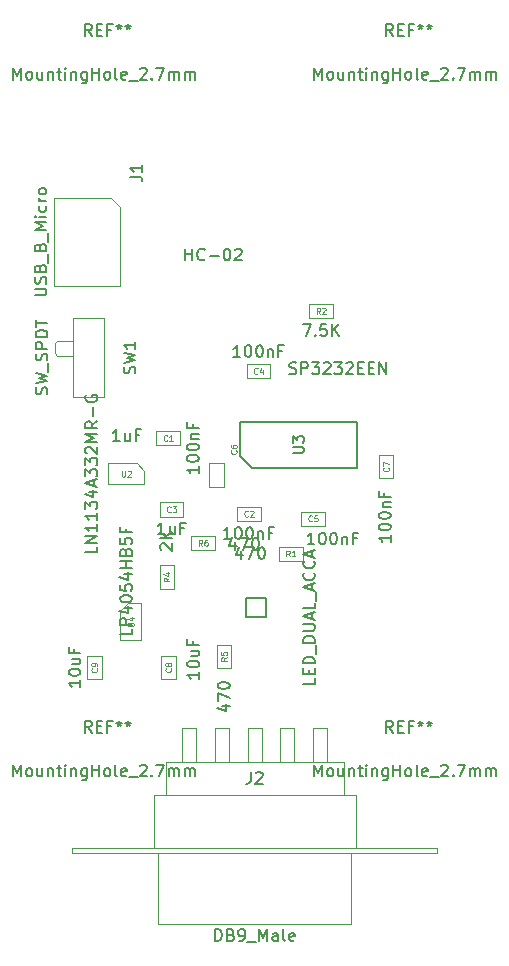
<source format=gbr>
G04 #@! TF.GenerationSoftware,KiCad,Pcbnew,5.0.2-bee76a0~70~ubuntu16.04.1*
G04 #@! TF.CreationDate,2020-11-05T23:54:09+01:00*
G04 #@! TF.ProjectId,BTSerialClient,42545365-7269-4616-9c43-6c69656e742e,rev?*
G04 #@! TF.SameCoordinates,Original*
G04 #@! TF.FileFunction,Other,Fab,Top*
%FSLAX46Y46*%
G04 Gerber Fmt 4.6, Leading zero omitted, Abs format (unit mm)*
G04 Created by KiCad (PCBNEW 5.0.2-bee76a0~70~ubuntu16.04.1) date tor  5 nov 2020 23:54:09*
%MOMM*%
%LPD*%
G01*
G04 APERTURE LIST*
%ADD10C,0.120000*%
%ADD11C,0.100000*%
%ADD12C,0.150000*%
%ADD13C,0.080000*%
%ADD14C,0.075000*%
%ADD15C,0.135000*%
G04 APERTURE END LIST*
D10*
G04 #@! TO.C,J1*
X104185640Y-52157680D02*
X108985640Y-52157680D01*
X109735640Y-52957680D02*
X109735640Y-59657680D01*
X109735640Y-59657680D02*
X104185640Y-59657680D01*
X104185640Y-59657680D02*
X104185640Y-52157680D01*
X108985640Y-52157680D02*
X109735640Y-52957680D01*
D11*
G04 #@! TO.C,C1*
X114847880Y-73120920D02*
X112847880Y-73120920D01*
X114847880Y-71920920D02*
X114847880Y-73120920D01*
X112847880Y-71920920D02*
X114847880Y-71920920D01*
X112847880Y-73120920D02*
X112847880Y-71920920D01*
G04 #@! TO.C,C2*
X121680480Y-79533040D02*
X119680480Y-79533040D01*
X121680480Y-78333040D02*
X121680480Y-79533040D01*
X119680480Y-78333040D02*
X121680480Y-78333040D01*
X119680480Y-79533040D02*
X119680480Y-78333040D01*
G04 #@! TO.C,C3*
X113132360Y-79155960D02*
X113132360Y-77955960D01*
X113132360Y-77955960D02*
X115132360Y-77955960D01*
X115132360Y-77955960D02*
X115132360Y-79155960D01*
X115132360Y-79155960D02*
X113132360Y-79155960D01*
G04 #@! TO.C,C4*
X122494560Y-66242640D02*
X122494560Y-67442640D01*
X122494560Y-67442640D02*
X120494560Y-67442640D01*
X120494560Y-67442640D02*
X120494560Y-66242640D01*
X120494560Y-66242640D02*
X122494560Y-66242640D01*
G04 #@! TO.C,C5*
X125111120Y-79934360D02*
X125111120Y-78734360D01*
X125111120Y-78734360D02*
X127111120Y-78734360D01*
X127111120Y-78734360D02*
X127111120Y-79934360D01*
X127111120Y-79934360D02*
X125111120Y-79934360D01*
G04 #@! TO.C,C6*
X118537280Y-76641200D02*
X117337280Y-76641200D01*
X117337280Y-76641200D02*
X117337280Y-74641200D01*
X117337280Y-74641200D02*
X118537280Y-74641200D01*
X118537280Y-74641200D02*
X118537280Y-76641200D01*
G04 #@! TO.C,C7*
X132913680Y-73919840D02*
X132913680Y-75919840D01*
X131713680Y-73919840D02*
X132913680Y-73919840D01*
X131713680Y-75919840D02*
X131713680Y-73919840D01*
X132913680Y-75919840D02*
X131713680Y-75919840D01*
G04 #@! TO.C,C8*
X114473280Y-92926520D02*
X113273280Y-92926520D01*
X113273280Y-92926520D02*
X113273280Y-90926520D01*
X113273280Y-90926520D02*
X114473280Y-90926520D01*
X114473280Y-90926520D02*
X114473280Y-92926520D01*
G04 #@! TO.C,C9*
X107009640Y-92931600D02*
X107009640Y-90931600D01*
X108209640Y-92931600D02*
X107009640Y-92931600D01*
X108209640Y-90931600D02*
X108209640Y-92931600D01*
X107009640Y-90931600D02*
X108209640Y-90931600D01*
G04 #@! TO.C,J2*
X115030700Y-97037600D02*
X115030700Y-99937600D01*
X115030700Y-99937600D02*
X116230700Y-99937600D01*
X116230700Y-99937600D02*
X116230700Y-97037600D01*
X116230700Y-97037600D02*
X115030700Y-97037600D01*
X117800700Y-97037600D02*
X117800700Y-99937600D01*
X117800700Y-99937600D02*
X119000700Y-99937600D01*
X119000700Y-99937600D02*
X119000700Y-97037600D01*
X119000700Y-97037600D02*
X117800700Y-97037600D01*
X120570700Y-97037600D02*
X120570700Y-99937600D01*
X120570700Y-99937600D02*
X121770700Y-99937600D01*
X121770700Y-99937600D02*
X121770700Y-97037600D01*
X121770700Y-97037600D02*
X120570700Y-97037600D01*
X123340700Y-97037600D02*
X123340700Y-99937600D01*
X123340700Y-99937600D02*
X124540700Y-99937600D01*
X124540700Y-99937600D02*
X124540700Y-97037600D01*
X124540700Y-97037600D02*
X123340700Y-97037600D01*
X126110700Y-97037600D02*
X126110700Y-99937600D01*
X126110700Y-99937600D02*
X127310700Y-99937600D01*
X127310700Y-99937600D02*
X127310700Y-97037600D01*
X127310700Y-97037600D02*
X126110700Y-97037600D01*
X113620700Y-99937600D02*
X113620700Y-102737600D01*
X113620700Y-102737600D02*
X128720700Y-102737600D01*
X128720700Y-102737600D02*
X128720700Y-99937600D01*
X128720700Y-99937600D02*
X113620700Y-99937600D01*
X112620700Y-102737600D02*
X112620700Y-107237600D01*
X112620700Y-107237600D02*
X129720700Y-107237600D01*
X129720700Y-107237600D02*
X129720700Y-102737600D01*
X129720700Y-102737600D02*
X112620700Y-102737600D01*
X105745700Y-107237600D02*
X105745700Y-107637600D01*
X105745700Y-107637600D02*
X136595700Y-107637600D01*
X136595700Y-107637600D02*
X136595700Y-107237600D01*
X136595700Y-107237600D02*
X105745700Y-107237600D01*
X113020700Y-107637600D02*
X113020700Y-113637600D01*
X113020700Y-113637600D02*
X129320700Y-113637600D01*
X129320700Y-113637600D02*
X129320700Y-107637600D01*
X129320700Y-107637600D02*
X113020700Y-107637600D01*
G04 #@! TO.C,R1*
X125230000Y-82910000D02*
X123230000Y-82910000D01*
X125230000Y-81710000D02*
X125230000Y-82910000D01*
X123230000Y-81710000D02*
X125230000Y-81710000D01*
X123230000Y-82910000D02*
X123230000Y-81710000D01*
G04 #@! TO.C,R2*
X125791720Y-62357560D02*
X125791720Y-61157560D01*
X125791720Y-61157560D02*
X127791720Y-61157560D01*
X127791720Y-61157560D02*
X127791720Y-62357560D01*
X127791720Y-62357560D02*
X125791720Y-62357560D01*
G04 #@! TO.C,R4*
X114331040Y-85270960D02*
X113131040Y-85270960D01*
X113131040Y-85270960D02*
X113131040Y-83270960D01*
X113131040Y-83270960D02*
X114331040Y-83270960D01*
X114331040Y-83270960D02*
X114331040Y-85270960D01*
G04 #@! TO.C,SW1*
X105766600Y-64298360D02*
X104466600Y-64298360D01*
X104466600Y-64298360D02*
X104266600Y-64498360D01*
X104266600Y-64498360D02*
X104266600Y-65348360D01*
X104266600Y-65348360D02*
X104466600Y-65548360D01*
X104466600Y-65548360D02*
X104516600Y-65598360D01*
X104516600Y-65598360D02*
X105816600Y-65598360D01*
X108416600Y-62348360D02*
X105816600Y-62348360D01*
X105816600Y-62348360D02*
X105816600Y-69048360D01*
X105816600Y-69048360D02*
X108416600Y-69048360D01*
X108416600Y-69048360D02*
X108416600Y-62348360D01*
G04 #@! TO.C,U2*
X111836800Y-76438440D02*
X108736800Y-76438440D01*
X108736800Y-76438440D02*
X108736800Y-74638440D01*
X111186800Y-74638440D02*
X108736800Y-74638440D01*
X111836800Y-76438440D02*
X111836800Y-75288440D01*
X111186800Y-74638440D02*
X111836800Y-75288440D01*
D12*
G04 #@! TO.C,U3*
X119962240Y-74025800D02*
X119962240Y-71125800D01*
X119962240Y-71125800D02*
X129862240Y-71125800D01*
X129862240Y-71125800D02*
X129862240Y-75025800D01*
X129862240Y-75025800D02*
X120962240Y-75025800D01*
X120962240Y-75025800D02*
X119962240Y-74025800D01*
D11*
G04 #@! TO.C,U4*
X109788120Y-87160640D02*
X110438120Y-86510640D01*
X111588120Y-86510640D02*
X110438120Y-86510640D01*
X109788120Y-87160640D02*
X109788120Y-89610640D01*
X111588120Y-89610640D02*
X109788120Y-89610640D01*
X111588120Y-86510640D02*
X111588120Y-89610640D01*
D12*
G04 #@! TO.C,D2*
X120410000Y-87670000D02*
X122110000Y-87670000D01*
X122110000Y-87670000D02*
X122110000Y-86070000D01*
X122110000Y-86070000D02*
X120410000Y-86070000D01*
X120410000Y-87670000D02*
X120410000Y-86070000D01*
D11*
G04 #@! TO.C,R5*
X119200000Y-90000000D02*
X119200000Y-92000000D01*
X118000000Y-90000000D02*
X119200000Y-90000000D01*
X118000000Y-92000000D02*
X118000000Y-90000000D01*
X119200000Y-92000000D02*
X118000000Y-92000000D01*
G04 #@! TO.C,R6*
X115810000Y-82000000D02*
X115810000Y-80800000D01*
X115810000Y-80800000D02*
X117810000Y-80800000D01*
X117810000Y-80800000D02*
X117810000Y-82000000D01*
X117810000Y-82000000D02*
X115810000Y-82000000D01*
G04 #@! TD*
G04 #@! TO.C,REF\002A\002A*
D12*
X126209523Y-101152380D02*
X126209523Y-100152380D01*
X126542857Y-100866666D01*
X126876190Y-100152380D01*
X126876190Y-101152380D01*
X127495238Y-101152380D02*
X127400000Y-101104761D01*
X127352380Y-101057142D01*
X127304761Y-100961904D01*
X127304761Y-100676190D01*
X127352380Y-100580952D01*
X127400000Y-100533333D01*
X127495238Y-100485714D01*
X127638095Y-100485714D01*
X127733333Y-100533333D01*
X127780952Y-100580952D01*
X127828571Y-100676190D01*
X127828571Y-100961904D01*
X127780952Y-101057142D01*
X127733333Y-101104761D01*
X127638095Y-101152380D01*
X127495238Y-101152380D01*
X128685714Y-100485714D02*
X128685714Y-101152380D01*
X128257142Y-100485714D02*
X128257142Y-101009523D01*
X128304761Y-101104761D01*
X128400000Y-101152380D01*
X128542857Y-101152380D01*
X128638095Y-101104761D01*
X128685714Y-101057142D01*
X129161904Y-100485714D02*
X129161904Y-101152380D01*
X129161904Y-100580952D02*
X129209523Y-100533333D01*
X129304761Y-100485714D01*
X129447619Y-100485714D01*
X129542857Y-100533333D01*
X129590476Y-100628571D01*
X129590476Y-101152380D01*
X129923809Y-100485714D02*
X130304761Y-100485714D01*
X130066666Y-100152380D02*
X130066666Y-101009523D01*
X130114285Y-101104761D01*
X130209523Y-101152380D01*
X130304761Y-101152380D01*
X130638095Y-101152380D02*
X130638095Y-100485714D01*
X130638095Y-100152380D02*
X130590476Y-100200000D01*
X130638095Y-100247619D01*
X130685714Y-100200000D01*
X130638095Y-100152380D01*
X130638095Y-100247619D01*
X131114285Y-100485714D02*
X131114285Y-101152380D01*
X131114285Y-100580952D02*
X131161904Y-100533333D01*
X131257142Y-100485714D01*
X131400000Y-100485714D01*
X131495238Y-100533333D01*
X131542857Y-100628571D01*
X131542857Y-101152380D01*
X132447619Y-100485714D02*
X132447619Y-101295238D01*
X132400000Y-101390476D01*
X132352380Y-101438095D01*
X132257142Y-101485714D01*
X132114285Y-101485714D01*
X132019047Y-101438095D01*
X132447619Y-101104761D02*
X132352380Y-101152380D01*
X132161904Y-101152380D01*
X132066666Y-101104761D01*
X132019047Y-101057142D01*
X131971428Y-100961904D01*
X131971428Y-100676190D01*
X132019047Y-100580952D01*
X132066666Y-100533333D01*
X132161904Y-100485714D01*
X132352380Y-100485714D01*
X132447619Y-100533333D01*
X132923809Y-101152380D02*
X132923809Y-100152380D01*
X132923809Y-100628571D02*
X133495238Y-100628571D01*
X133495238Y-101152380D02*
X133495238Y-100152380D01*
X134114285Y-101152380D02*
X134019047Y-101104761D01*
X133971428Y-101057142D01*
X133923809Y-100961904D01*
X133923809Y-100676190D01*
X133971428Y-100580952D01*
X134019047Y-100533333D01*
X134114285Y-100485714D01*
X134257142Y-100485714D01*
X134352380Y-100533333D01*
X134400000Y-100580952D01*
X134447619Y-100676190D01*
X134447619Y-100961904D01*
X134400000Y-101057142D01*
X134352380Y-101104761D01*
X134257142Y-101152380D01*
X134114285Y-101152380D01*
X135019047Y-101152380D02*
X134923809Y-101104761D01*
X134876190Y-101009523D01*
X134876190Y-100152380D01*
X135780952Y-101104761D02*
X135685714Y-101152380D01*
X135495238Y-101152380D01*
X135400000Y-101104761D01*
X135352380Y-101009523D01*
X135352380Y-100628571D01*
X135400000Y-100533333D01*
X135495238Y-100485714D01*
X135685714Y-100485714D01*
X135780952Y-100533333D01*
X135828571Y-100628571D01*
X135828571Y-100723809D01*
X135352380Y-100819047D01*
X136019047Y-101247619D02*
X136780952Y-101247619D01*
X136971428Y-100247619D02*
X137019047Y-100200000D01*
X137114285Y-100152380D01*
X137352380Y-100152380D01*
X137447619Y-100200000D01*
X137495238Y-100247619D01*
X137542857Y-100342857D01*
X137542857Y-100438095D01*
X137495238Y-100580952D01*
X136923809Y-101152380D01*
X137542857Y-101152380D01*
X137971428Y-101057142D02*
X138019047Y-101104761D01*
X137971428Y-101152380D01*
X137923809Y-101104761D01*
X137971428Y-101057142D01*
X137971428Y-101152380D01*
X138352380Y-100152380D02*
X139019047Y-100152380D01*
X138590476Y-101152380D01*
X139400000Y-101152380D02*
X139400000Y-100485714D01*
X139400000Y-100580952D02*
X139447619Y-100533333D01*
X139542857Y-100485714D01*
X139685714Y-100485714D01*
X139780952Y-100533333D01*
X139828571Y-100628571D01*
X139828571Y-101152380D01*
X139828571Y-100628571D02*
X139876190Y-100533333D01*
X139971428Y-100485714D01*
X140114285Y-100485714D01*
X140209523Y-100533333D01*
X140257142Y-100628571D01*
X140257142Y-101152380D01*
X140733333Y-101152380D02*
X140733333Y-100485714D01*
X140733333Y-100580952D02*
X140780952Y-100533333D01*
X140876190Y-100485714D01*
X141019047Y-100485714D01*
X141114285Y-100533333D01*
X141161904Y-100628571D01*
X141161904Y-101152380D01*
X141161904Y-100628571D02*
X141209523Y-100533333D01*
X141304761Y-100485714D01*
X141447619Y-100485714D01*
X141542857Y-100533333D01*
X141590476Y-100628571D01*
X141590476Y-101152380D01*
X132866666Y-97452380D02*
X132533333Y-96976190D01*
X132295238Y-97452380D02*
X132295238Y-96452380D01*
X132676190Y-96452380D01*
X132771428Y-96500000D01*
X132819047Y-96547619D01*
X132866666Y-96642857D01*
X132866666Y-96785714D01*
X132819047Y-96880952D01*
X132771428Y-96928571D01*
X132676190Y-96976190D01*
X132295238Y-96976190D01*
X133295238Y-96928571D02*
X133628571Y-96928571D01*
X133771428Y-97452380D02*
X133295238Y-97452380D01*
X133295238Y-96452380D01*
X133771428Y-96452380D01*
X134533333Y-96928571D02*
X134200000Y-96928571D01*
X134200000Y-97452380D02*
X134200000Y-96452380D01*
X134676190Y-96452380D01*
X135200000Y-96452380D02*
X135200000Y-96690476D01*
X134961904Y-96595238D02*
X135200000Y-96690476D01*
X135438095Y-96595238D01*
X135057142Y-96880952D02*
X135200000Y-96690476D01*
X135342857Y-96880952D01*
X135961904Y-96452380D02*
X135961904Y-96690476D01*
X135723809Y-96595238D02*
X135961904Y-96690476D01*
X136200000Y-96595238D01*
X135819047Y-96880952D02*
X135961904Y-96690476D01*
X136104761Y-96880952D01*
X126209523Y-42152380D02*
X126209523Y-41152380D01*
X126542857Y-41866666D01*
X126876190Y-41152380D01*
X126876190Y-42152380D01*
X127495238Y-42152380D02*
X127400000Y-42104761D01*
X127352380Y-42057142D01*
X127304761Y-41961904D01*
X127304761Y-41676190D01*
X127352380Y-41580952D01*
X127400000Y-41533333D01*
X127495238Y-41485714D01*
X127638095Y-41485714D01*
X127733333Y-41533333D01*
X127780952Y-41580952D01*
X127828571Y-41676190D01*
X127828571Y-41961904D01*
X127780952Y-42057142D01*
X127733333Y-42104761D01*
X127638095Y-42152380D01*
X127495238Y-42152380D01*
X128685714Y-41485714D02*
X128685714Y-42152380D01*
X128257142Y-41485714D02*
X128257142Y-42009523D01*
X128304761Y-42104761D01*
X128400000Y-42152380D01*
X128542857Y-42152380D01*
X128638095Y-42104761D01*
X128685714Y-42057142D01*
X129161904Y-41485714D02*
X129161904Y-42152380D01*
X129161904Y-41580952D02*
X129209523Y-41533333D01*
X129304761Y-41485714D01*
X129447619Y-41485714D01*
X129542857Y-41533333D01*
X129590476Y-41628571D01*
X129590476Y-42152380D01*
X129923809Y-41485714D02*
X130304761Y-41485714D01*
X130066666Y-41152380D02*
X130066666Y-42009523D01*
X130114285Y-42104761D01*
X130209523Y-42152380D01*
X130304761Y-42152380D01*
X130638095Y-42152380D02*
X130638095Y-41485714D01*
X130638095Y-41152380D02*
X130590476Y-41200000D01*
X130638095Y-41247619D01*
X130685714Y-41200000D01*
X130638095Y-41152380D01*
X130638095Y-41247619D01*
X131114285Y-41485714D02*
X131114285Y-42152380D01*
X131114285Y-41580952D02*
X131161904Y-41533333D01*
X131257142Y-41485714D01*
X131400000Y-41485714D01*
X131495238Y-41533333D01*
X131542857Y-41628571D01*
X131542857Y-42152380D01*
X132447619Y-41485714D02*
X132447619Y-42295238D01*
X132400000Y-42390476D01*
X132352380Y-42438095D01*
X132257142Y-42485714D01*
X132114285Y-42485714D01*
X132019047Y-42438095D01*
X132447619Y-42104761D02*
X132352380Y-42152380D01*
X132161904Y-42152380D01*
X132066666Y-42104761D01*
X132019047Y-42057142D01*
X131971428Y-41961904D01*
X131971428Y-41676190D01*
X132019047Y-41580952D01*
X132066666Y-41533333D01*
X132161904Y-41485714D01*
X132352380Y-41485714D01*
X132447619Y-41533333D01*
X132923809Y-42152380D02*
X132923809Y-41152380D01*
X132923809Y-41628571D02*
X133495238Y-41628571D01*
X133495238Y-42152380D02*
X133495238Y-41152380D01*
X134114285Y-42152380D02*
X134019047Y-42104761D01*
X133971428Y-42057142D01*
X133923809Y-41961904D01*
X133923809Y-41676190D01*
X133971428Y-41580952D01*
X134019047Y-41533333D01*
X134114285Y-41485714D01*
X134257142Y-41485714D01*
X134352380Y-41533333D01*
X134400000Y-41580952D01*
X134447619Y-41676190D01*
X134447619Y-41961904D01*
X134400000Y-42057142D01*
X134352380Y-42104761D01*
X134257142Y-42152380D01*
X134114285Y-42152380D01*
X135019047Y-42152380D02*
X134923809Y-42104761D01*
X134876190Y-42009523D01*
X134876190Y-41152380D01*
X135780952Y-42104761D02*
X135685714Y-42152380D01*
X135495238Y-42152380D01*
X135400000Y-42104761D01*
X135352380Y-42009523D01*
X135352380Y-41628571D01*
X135400000Y-41533333D01*
X135495238Y-41485714D01*
X135685714Y-41485714D01*
X135780952Y-41533333D01*
X135828571Y-41628571D01*
X135828571Y-41723809D01*
X135352380Y-41819047D01*
X136019047Y-42247619D02*
X136780952Y-42247619D01*
X136971428Y-41247619D02*
X137019047Y-41200000D01*
X137114285Y-41152380D01*
X137352380Y-41152380D01*
X137447619Y-41200000D01*
X137495238Y-41247619D01*
X137542857Y-41342857D01*
X137542857Y-41438095D01*
X137495238Y-41580952D01*
X136923809Y-42152380D01*
X137542857Y-42152380D01*
X137971428Y-42057142D02*
X138019047Y-42104761D01*
X137971428Y-42152380D01*
X137923809Y-42104761D01*
X137971428Y-42057142D01*
X137971428Y-42152380D01*
X138352380Y-41152380D02*
X139019047Y-41152380D01*
X138590476Y-42152380D01*
X139400000Y-42152380D02*
X139400000Y-41485714D01*
X139400000Y-41580952D02*
X139447619Y-41533333D01*
X139542857Y-41485714D01*
X139685714Y-41485714D01*
X139780952Y-41533333D01*
X139828571Y-41628571D01*
X139828571Y-42152380D01*
X139828571Y-41628571D02*
X139876190Y-41533333D01*
X139971428Y-41485714D01*
X140114285Y-41485714D01*
X140209523Y-41533333D01*
X140257142Y-41628571D01*
X140257142Y-42152380D01*
X140733333Y-42152380D02*
X140733333Y-41485714D01*
X140733333Y-41580952D02*
X140780952Y-41533333D01*
X140876190Y-41485714D01*
X141019047Y-41485714D01*
X141114285Y-41533333D01*
X141161904Y-41628571D01*
X141161904Y-42152380D01*
X141161904Y-41628571D02*
X141209523Y-41533333D01*
X141304761Y-41485714D01*
X141447619Y-41485714D01*
X141542857Y-41533333D01*
X141590476Y-41628571D01*
X141590476Y-42152380D01*
X132866666Y-38452380D02*
X132533333Y-37976190D01*
X132295238Y-38452380D02*
X132295238Y-37452380D01*
X132676190Y-37452380D01*
X132771428Y-37500000D01*
X132819047Y-37547619D01*
X132866666Y-37642857D01*
X132866666Y-37785714D01*
X132819047Y-37880952D01*
X132771428Y-37928571D01*
X132676190Y-37976190D01*
X132295238Y-37976190D01*
X133295238Y-37928571D02*
X133628571Y-37928571D01*
X133771428Y-38452380D02*
X133295238Y-38452380D01*
X133295238Y-37452380D01*
X133771428Y-37452380D01*
X134533333Y-37928571D02*
X134200000Y-37928571D01*
X134200000Y-38452380D02*
X134200000Y-37452380D01*
X134676190Y-37452380D01*
X135200000Y-37452380D02*
X135200000Y-37690476D01*
X134961904Y-37595238D02*
X135200000Y-37690476D01*
X135438095Y-37595238D01*
X135057142Y-37880952D02*
X135200000Y-37690476D01*
X135342857Y-37880952D01*
X135961904Y-37452380D02*
X135961904Y-37690476D01*
X135723809Y-37595238D02*
X135961904Y-37690476D01*
X136200000Y-37595238D01*
X135819047Y-37880952D02*
X135961904Y-37690476D01*
X136104761Y-37880952D01*
X100709523Y-42152380D02*
X100709523Y-41152380D01*
X101042857Y-41866666D01*
X101376190Y-41152380D01*
X101376190Y-42152380D01*
X101995238Y-42152380D02*
X101900000Y-42104761D01*
X101852380Y-42057142D01*
X101804761Y-41961904D01*
X101804761Y-41676190D01*
X101852380Y-41580952D01*
X101900000Y-41533333D01*
X101995238Y-41485714D01*
X102138095Y-41485714D01*
X102233333Y-41533333D01*
X102280952Y-41580952D01*
X102328571Y-41676190D01*
X102328571Y-41961904D01*
X102280952Y-42057142D01*
X102233333Y-42104761D01*
X102138095Y-42152380D01*
X101995238Y-42152380D01*
X103185714Y-41485714D02*
X103185714Y-42152380D01*
X102757142Y-41485714D02*
X102757142Y-42009523D01*
X102804761Y-42104761D01*
X102900000Y-42152380D01*
X103042857Y-42152380D01*
X103138095Y-42104761D01*
X103185714Y-42057142D01*
X103661904Y-41485714D02*
X103661904Y-42152380D01*
X103661904Y-41580952D02*
X103709523Y-41533333D01*
X103804761Y-41485714D01*
X103947619Y-41485714D01*
X104042857Y-41533333D01*
X104090476Y-41628571D01*
X104090476Y-42152380D01*
X104423809Y-41485714D02*
X104804761Y-41485714D01*
X104566666Y-41152380D02*
X104566666Y-42009523D01*
X104614285Y-42104761D01*
X104709523Y-42152380D01*
X104804761Y-42152380D01*
X105138095Y-42152380D02*
X105138095Y-41485714D01*
X105138095Y-41152380D02*
X105090476Y-41200000D01*
X105138095Y-41247619D01*
X105185714Y-41200000D01*
X105138095Y-41152380D01*
X105138095Y-41247619D01*
X105614285Y-41485714D02*
X105614285Y-42152380D01*
X105614285Y-41580952D02*
X105661904Y-41533333D01*
X105757142Y-41485714D01*
X105900000Y-41485714D01*
X105995238Y-41533333D01*
X106042857Y-41628571D01*
X106042857Y-42152380D01*
X106947619Y-41485714D02*
X106947619Y-42295238D01*
X106900000Y-42390476D01*
X106852380Y-42438095D01*
X106757142Y-42485714D01*
X106614285Y-42485714D01*
X106519047Y-42438095D01*
X106947619Y-42104761D02*
X106852380Y-42152380D01*
X106661904Y-42152380D01*
X106566666Y-42104761D01*
X106519047Y-42057142D01*
X106471428Y-41961904D01*
X106471428Y-41676190D01*
X106519047Y-41580952D01*
X106566666Y-41533333D01*
X106661904Y-41485714D01*
X106852380Y-41485714D01*
X106947619Y-41533333D01*
X107423809Y-42152380D02*
X107423809Y-41152380D01*
X107423809Y-41628571D02*
X107995238Y-41628571D01*
X107995238Y-42152380D02*
X107995238Y-41152380D01*
X108614285Y-42152380D02*
X108519047Y-42104761D01*
X108471428Y-42057142D01*
X108423809Y-41961904D01*
X108423809Y-41676190D01*
X108471428Y-41580952D01*
X108519047Y-41533333D01*
X108614285Y-41485714D01*
X108757142Y-41485714D01*
X108852380Y-41533333D01*
X108900000Y-41580952D01*
X108947619Y-41676190D01*
X108947619Y-41961904D01*
X108900000Y-42057142D01*
X108852380Y-42104761D01*
X108757142Y-42152380D01*
X108614285Y-42152380D01*
X109519047Y-42152380D02*
X109423809Y-42104761D01*
X109376190Y-42009523D01*
X109376190Y-41152380D01*
X110280952Y-42104761D02*
X110185714Y-42152380D01*
X109995238Y-42152380D01*
X109900000Y-42104761D01*
X109852380Y-42009523D01*
X109852380Y-41628571D01*
X109900000Y-41533333D01*
X109995238Y-41485714D01*
X110185714Y-41485714D01*
X110280952Y-41533333D01*
X110328571Y-41628571D01*
X110328571Y-41723809D01*
X109852380Y-41819047D01*
X110519047Y-42247619D02*
X111280952Y-42247619D01*
X111471428Y-41247619D02*
X111519047Y-41200000D01*
X111614285Y-41152380D01*
X111852380Y-41152380D01*
X111947619Y-41200000D01*
X111995238Y-41247619D01*
X112042857Y-41342857D01*
X112042857Y-41438095D01*
X111995238Y-41580952D01*
X111423809Y-42152380D01*
X112042857Y-42152380D01*
X112471428Y-42057142D02*
X112519047Y-42104761D01*
X112471428Y-42152380D01*
X112423809Y-42104761D01*
X112471428Y-42057142D01*
X112471428Y-42152380D01*
X112852380Y-41152380D02*
X113519047Y-41152380D01*
X113090476Y-42152380D01*
X113899999Y-42152380D02*
X113899999Y-41485714D01*
X113899999Y-41580952D02*
X113947619Y-41533333D01*
X114042857Y-41485714D01*
X114185714Y-41485714D01*
X114280952Y-41533333D01*
X114328571Y-41628571D01*
X114328571Y-42152380D01*
X114328571Y-41628571D02*
X114376190Y-41533333D01*
X114471428Y-41485714D01*
X114614285Y-41485714D01*
X114709523Y-41533333D01*
X114757142Y-41628571D01*
X114757142Y-42152380D01*
X115233333Y-42152380D02*
X115233333Y-41485714D01*
X115233333Y-41580952D02*
X115280952Y-41533333D01*
X115376190Y-41485714D01*
X115519047Y-41485714D01*
X115614285Y-41533333D01*
X115661904Y-41628571D01*
X115661904Y-42152380D01*
X115661904Y-41628571D02*
X115709523Y-41533333D01*
X115804761Y-41485714D01*
X115947619Y-41485714D01*
X116042857Y-41533333D01*
X116090476Y-41628571D01*
X116090476Y-42152380D01*
X107366666Y-38452380D02*
X107033333Y-37976190D01*
X106795238Y-38452380D02*
X106795238Y-37452380D01*
X107176190Y-37452380D01*
X107271428Y-37500000D01*
X107319047Y-37547619D01*
X107366666Y-37642857D01*
X107366666Y-37785714D01*
X107319047Y-37880952D01*
X107271428Y-37928571D01*
X107176190Y-37976190D01*
X106795238Y-37976190D01*
X107795238Y-37928571D02*
X108128571Y-37928571D01*
X108271428Y-38452380D02*
X107795238Y-38452380D01*
X107795238Y-37452380D01*
X108271428Y-37452380D01*
X109033333Y-37928571D02*
X108700000Y-37928571D01*
X108700000Y-38452380D02*
X108700000Y-37452380D01*
X109176190Y-37452380D01*
X109700000Y-37452380D02*
X109700000Y-37690476D01*
X109461904Y-37595238D02*
X109700000Y-37690476D01*
X109938095Y-37595238D01*
X109557142Y-37880952D02*
X109700000Y-37690476D01*
X109842857Y-37880952D01*
X110461904Y-37452380D02*
X110461904Y-37690476D01*
X110223809Y-37595238D02*
X110461904Y-37690476D01*
X110700000Y-37595238D01*
X110319047Y-37880952D02*
X110461904Y-37690476D01*
X110604761Y-37880952D01*
G04 #@! TO.C,J1*
X102538020Y-60431489D02*
X103347544Y-60431489D01*
X103442782Y-60383870D01*
X103490401Y-60336251D01*
X103538020Y-60241013D01*
X103538020Y-60050537D01*
X103490401Y-59955299D01*
X103442782Y-59907680D01*
X103347544Y-59860060D01*
X102538020Y-59860060D01*
X103490401Y-59431489D02*
X103538020Y-59288632D01*
X103538020Y-59050537D01*
X103490401Y-58955299D01*
X103442782Y-58907680D01*
X103347544Y-58860060D01*
X103252306Y-58860060D01*
X103157068Y-58907680D01*
X103109449Y-58955299D01*
X103061830Y-59050537D01*
X103014211Y-59241013D01*
X102966592Y-59336251D01*
X102918973Y-59383870D01*
X102823735Y-59431489D01*
X102728497Y-59431489D01*
X102633259Y-59383870D01*
X102585640Y-59336251D01*
X102538020Y-59241013D01*
X102538020Y-59002918D01*
X102585640Y-58860060D01*
X103014211Y-58098156D02*
X103061830Y-57955299D01*
X103109449Y-57907680D01*
X103204687Y-57860060D01*
X103347544Y-57860060D01*
X103442782Y-57907680D01*
X103490401Y-57955299D01*
X103538020Y-58050537D01*
X103538020Y-58431489D01*
X102538020Y-58431489D01*
X102538020Y-58098156D01*
X102585640Y-58002918D01*
X102633259Y-57955299D01*
X102728497Y-57907680D01*
X102823735Y-57907680D01*
X102918973Y-57955299D01*
X102966592Y-58002918D01*
X103014211Y-58098156D01*
X103014211Y-58431489D01*
X103633259Y-57669584D02*
X103633259Y-56907680D01*
X103014211Y-56336251D02*
X103061830Y-56193394D01*
X103109449Y-56145775D01*
X103204687Y-56098156D01*
X103347544Y-56098156D01*
X103442782Y-56145775D01*
X103490401Y-56193394D01*
X103538020Y-56288632D01*
X103538020Y-56669584D01*
X102538020Y-56669584D01*
X102538020Y-56336251D01*
X102585640Y-56241013D01*
X102633259Y-56193394D01*
X102728497Y-56145775D01*
X102823735Y-56145775D01*
X102918973Y-56193394D01*
X102966592Y-56241013D01*
X103014211Y-56336251D01*
X103014211Y-56669584D01*
X103633259Y-55907680D02*
X103633259Y-55145775D01*
X103538020Y-54907680D02*
X102538020Y-54907680D01*
X103252306Y-54574346D01*
X102538020Y-54241013D01*
X103538020Y-54241013D01*
X103538020Y-53764822D02*
X102871354Y-53764822D01*
X102538020Y-53764822D02*
X102585640Y-53812441D01*
X102633259Y-53764822D01*
X102585640Y-53717203D01*
X102538020Y-53764822D01*
X102633259Y-53764822D01*
X103490401Y-52860060D02*
X103538020Y-52955299D01*
X103538020Y-53145775D01*
X103490401Y-53241013D01*
X103442782Y-53288632D01*
X103347544Y-53336251D01*
X103061830Y-53336251D01*
X102966592Y-53288632D01*
X102918973Y-53241013D01*
X102871354Y-53145775D01*
X102871354Y-52955299D01*
X102918973Y-52860060D01*
X103538020Y-52431489D02*
X102871354Y-52431489D01*
X103061830Y-52431489D02*
X102966592Y-52383870D01*
X102918973Y-52336251D01*
X102871354Y-52241013D01*
X102871354Y-52145775D01*
X103538020Y-51669584D02*
X103490401Y-51764822D01*
X103442782Y-51812441D01*
X103347544Y-51860060D01*
X103061830Y-51860060D01*
X102966592Y-51812441D01*
X102918973Y-51764822D01*
X102871354Y-51669584D01*
X102871354Y-51526727D01*
X102918973Y-51431489D01*
X102966592Y-51383870D01*
X103061830Y-51336251D01*
X103347544Y-51336251D01*
X103442782Y-51383870D01*
X103490401Y-51431489D01*
X103538020Y-51526727D01*
X103538020Y-51669584D01*
X110653020Y-50396013D02*
X111367306Y-50396013D01*
X111510163Y-50443632D01*
X111605401Y-50538870D01*
X111653020Y-50681727D01*
X111653020Y-50776965D01*
X111653020Y-49396013D02*
X111653020Y-49967441D01*
X111653020Y-49681727D02*
X110653020Y-49681727D01*
X110795878Y-49776965D01*
X110891116Y-49872203D01*
X110938735Y-49967441D01*
G04 #@! TO.C,C1*
X109747441Y-72775180D02*
X109176013Y-72775180D01*
X109461727Y-72775180D02*
X109461727Y-71775180D01*
X109366489Y-71918038D01*
X109271251Y-72013276D01*
X109176013Y-72060895D01*
X110604584Y-72108514D02*
X110604584Y-72775180D01*
X110176013Y-72108514D02*
X110176013Y-72632323D01*
X110223632Y-72727561D01*
X110318870Y-72775180D01*
X110461727Y-72775180D01*
X110556965Y-72727561D01*
X110604584Y-72679942D01*
X111414108Y-72251371D02*
X111080775Y-72251371D01*
X111080775Y-72775180D02*
X111080775Y-71775180D01*
X111556965Y-71775180D01*
D13*
X113764546Y-72699491D02*
X113740737Y-72723300D01*
X113669308Y-72747110D01*
X113621689Y-72747110D01*
X113550260Y-72723300D01*
X113502641Y-72675681D01*
X113478832Y-72628062D01*
X113455022Y-72532824D01*
X113455022Y-72461396D01*
X113478832Y-72366158D01*
X113502641Y-72318539D01*
X113550260Y-72270920D01*
X113621689Y-72247110D01*
X113669308Y-72247110D01*
X113740737Y-72270920D01*
X113764546Y-72294729D01*
X114240737Y-72747110D02*
X113955022Y-72747110D01*
X114097880Y-72747110D02*
X114097880Y-72247110D01*
X114050260Y-72318539D01*
X114002641Y-72366158D01*
X113955022Y-72389967D01*
G04 #@! TO.C,C2*
D12*
X119107460Y-81046580D02*
X118536032Y-81046580D01*
X118821746Y-81046580D02*
X118821746Y-80046580D01*
X118726508Y-80189438D01*
X118631270Y-80284676D01*
X118536032Y-80332295D01*
X119726508Y-80046580D02*
X119821746Y-80046580D01*
X119916984Y-80094200D01*
X119964603Y-80141819D01*
X120012222Y-80237057D01*
X120059841Y-80427533D01*
X120059841Y-80665628D01*
X120012222Y-80856104D01*
X119964603Y-80951342D01*
X119916984Y-80998961D01*
X119821746Y-81046580D01*
X119726508Y-81046580D01*
X119631270Y-80998961D01*
X119583651Y-80951342D01*
X119536032Y-80856104D01*
X119488413Y-80665628D01*
X119488413Y-80427533D01*
X119536032Y-80237057D01*
X119583651Y-80141819D01*
X119631270Y-80094200D01*
X119726508Y-80046580D01*
X120678889Y-80046580D02*
X120774127Y-80046580D01*
X120869365Y-80094200D01*
X120916984Y-80141819D01*
X120964603Y-80237057D01*
X121012222Y-80427533D01*
X121012222Y-80665628D01*
X120964603Y-80856104D01*
X120916984Y-80951342D01*
X120869365Y-80998961D01*
X120774127Y-81046580D01*
X120678889Y-81046580D01*
X120583651Y-80998961D01*
X120536032Y-80951342D01*
X120488413Y-80856104D01*
X120440794Y-80665628D01*
X120440794Y-80427533D01*
X120488413Y-80237057D01*
X120536032Y-80141819D01*
X120583651Y-80094200D01*
X120678889Y-80046580D01*
X121440794Y-80379914D02*
X121440794Y-81046580D01*
X121440794Y-80475152D02*
X121488413Y-80427533D01*
X121583651Y-80379914D01*
X121726508Y-80379914D01*
X121821746Y-80427533D01*
X121869365Y-80522771D01*
X121869365Y-81046580D01*
X122678889Y-80522771D02*
X122345556Y-80522771D01*
X122345556Y-81046580D02*
X122345556Y-80046580D01*
X122821746Y-80046580D01*
D13*
X120597146Y-79111611D02*
X120573337Y-79135420D01*
X120501908Y-79159230D01*
X120454289Y-79159230D01*
X120382860Y-79135420D01*
X120335241Y-79087801D01*
X120311432Y-79040182D01*
X120287622Y-78944944D01*
X120287622Y-78873516D01*
X120311432Y-78778278D01*
X120335241Y-78730659D01*
X120382860Y-78683040D01*
X120454289Y-78659230D01*
X120501908Y-78659230D01*
X120573337Y-78683040D01*
X120597146Y-78706849D01*
X120787622Y-78706849D02*
X120811432Y-78683040D01*
X120859051Y-78659230D01*
X120978099Y-78659230D01*
X121025718Y-78683040D01*
X121049527Y-78706849D01*
X121073337Y-78754468D01*
X121073337Y-78802087D01*
X121049527Y-78873516D01*
X120763813Y-79159230D01*
X121073337Y-79159230D01*
G04 #@! TO.C,C3*
D12*
X113537121Y-80658340D02*
X112965693Y-80658340D01*
X113251407Y-80658340D02*
X113251407Y-79658340D01*
X113156169Y-79801198D01*
X113060931Y-79896436D01*
X112965693Y-79944055D01*
X114394264Y-79991674D02*
X114394264Y-80658340D01*
X113965693Y-79991674D02*
X113965693Y-80515483D01*
X114013312Y-80610721D01*
X114108550Y-80658340D01*
X114251407Y-80658340D01*
X114346645Y-80610721D01*
X114394264Y-80563102D01*
X115203788Y-80134531D02*
X114870455Y-80134531D01*
X114870455Y-80658340D02*
X114870455Y-79658340D01*
X115346645Y-79658340D01*
D13*
X114049026Y-78734531D02*
X114025217Y-78758340D01*
X113953788Y-78782150D01*
X113906169Y-78782150D01*
X113834740Y-78758340D01*
X113787121Y-78710721D01*
X113763312Y-78663102D01*
X113739502Y-78567864D01*
X113739502Y-78496436D01*
X113763312Y-78401198D01*
X113787121Y-78353579D01*
X113834740Y-78305960D01*
X113906169Y-78282150D01*
X113953788Y-78282150D01*
X114025217Y-78305960D01*
X114049026Y-78329769D01*
X114215693Y-78282150D02*
X114525217Y-78282150D01*
X114358550Y-78472626D01*
X114429979Y-78472626D01*
X114477598Y-78496436D01*
X114501407Y-78520245D01*
X114525217Y-78567864D01*
X114525217Y-78686912D01*
X114501407Y-78734531D01*
X114477598Y-78758340D01*
X114429979Y-78782150D01*
X114287121Y-78782150D01*
X114239502Y-78758340D01*
X114215693Y-78734531D01*
G04 #@! TO.C,C4*
D12*
X119946940Y-65645020D02*
X119375512Y-65645020D01*
X119661226Y-65645020D02*
X119661226Y-64645020D01*
X119565988Y-64787878D01*
X119470750Y-64883116D01*
X119375512Y-64930735D01*
X120565988Y-64645020D02*
X120661226Y-64645020D01*
X120756464Y-64692640D01*
X120804083Y-64740259D01*
X120851702Y-64835497D01*
X120899321Y-65025973D01*
X120899321Y-65264068D01*
X120851702Y-65454544D01*
X120804083Y-65549782D01*
X120756464Y-65597401D01*
X120661226Y-65645020D01*
X120565988Y-65645020D01*
X120470750Y-65597401D01*
X120423131Y-65549782D01*
X120375512Y-65454544D01*
X120327893Y-65264068D01*
X120327893Y-65025973D01*
X120375512Y-64835497D01*
X120423131Y-64740259D01*
X120470750Y-64692640D01*
X120565988Y-64645020D01*
X121518369Y-64645020D02*
X121613607Y-64645020D01*
X121708845Y-64692640D01*
X121756464Y-64740259D01*
X121804083Y-64835497D01*
X121851702Y-65025973D01*
X121851702Y-65264068D01*
X121804083Y-65454544D01*
X121756464Y-65549782D01*
X121708845Y-65597401D01*
X121613607Y-65645020D01*
X121518369Y-65645020D01*
X121423131Y-65597401D01*
X121375512Y-65549782D01*
X121327893Y-65454544D01*
X121280274Y-65264068D01*
X121280274Y-65025973D01*
X121327893Y-64835497D01*
X121375512Y-64740259D01*
X121423131Y-64692640D01*
X121518369Y-64645020D01*
X122280274Y-64978354D02*
X122280274Y-65645020D01*
X122280274Y-65073592D02*
X122327893Y-65025973D01*
X122423131Y-64978354D01*
X122565988Y-64978354D01*
X122661226Y-65025973D01*
X122708845Y-65121211D01*
X122708845Y-65645020D01*
X123518369Y-65121211D02*
X123185036Y-65121211D01*
X123185036Y-65645020D02*
X123185036Y-64645020D01*
X123661226Y-64645020D01*
D13*
X121411226Y-67021211D02*
X121387417Y-67045020D01*
X121315988Y-67068830D01*
X121268369Y-67068830D01*
X121196940Y-67045020D01*
X121149321Y-66997401D01*
X121125512Y-66949782D01*
X121101702Y-66854544D01*
X121101702Y-66783116D01*
X121125512Y-66687878D01*
X121149321Y-66640259D01*
X121196940Y-66592640D01*
X121268369Y-66568830D01*
X121315988Y-66568830D01*
X121387417Y-66592640D01*
X121411226Y-66616449D01*
X121839798Y-66735497D02*
X121839798Y-67068830D01*
X121720750Y-66545020D02*
X121601702Y-66902163D01*
X121911226Y-66902163D01*
G04 #@! TO.C,C5*
D12*
X126229740Y-81513940D02*
X125658312Y-81513940D01*
X125944026Y-81513940D02*
X125944026Y-80513940D01*
X125848788Y-80656798D01*
X125753550Y-80752036D01*
X125658312Y-80799655D01*
X126848788Y-80513940D02*
X126944026Y-80513940D01*
X127039264Y-80561560D01*
X127086883Y-80609179D01*
X127134502Y-80704417D01*
X127182121Y-80894893D01*
X127182121Y-81132988D01*
X127134502Y-81323464D01*
X127086883Y-81418702D01*
X127039264Y-81466321D01*
X126944026Y-81513940D01*
X126848788Y-81513940D01*
X126753550Y-81466321D01*
X126705931Y-81418702D01*
X126658312Y-81323464D01*
X126610693Y-81132988D01*
X126610693Y-80894893D01*
X126658312Y-80704417D01*
X126705931Y-80609179D01*
X126753550Y-80561560D01*
X126848788Y-80513940D01*
X127801169Y-80513940D02*
X127896407Y-80513940D01*
X127991645Y-80561560D01*
X128039264Y-80609179D01*
X128086883Y-80704417D01*
X128134502Y-80894893D01*
X128134502Y-81132988D01*
X128086883Y-81323464D01*
X128039264Y-81418702D01*
X127991645Y-81466321D01*
X127896407Y-81513940D01*
X127801169Y-81513940D01*
X127705931Y-81466321D01*
X127658312Y-81418702D01*
X127610693Y-81323464D01*
X127563074Y-81132988D01*
X127563074Y-80894893D01*
X127610693Y-80704417D01*
X127658312Y-80609179D01*
X127705931Y-80561560D01*
X127801169Y-80513940D01*
X128563074Y-80847274D02*
X128563074Y-81513940D01*
X128563074Y-80942512D02*
X128610693Y-80894893D01*
X128705931Y-80847274D01*
X128848788Y-80847274D01*
X128944026Y-80894893D01*
X128991645Y-80990131D01*
X128991645Y-81513940D01*
X129801169Y-80990131D02*
X129467836Y-80990131D01*
X129467836Y-81513940D02*
X129467836Y-80513940D01*
X129944026Y-80513940D01*
D13*
X126027786Y-79512931D02*
X126003977Y-79536740D01*
X125932548Y-79560550D01*
X125884929Y-79560550D01*
X125813500Y-79536740D01*
X125765881Y-79489121D01*
X125742072Y-79441502D01*
X125718262Y-79346264D01*
X125718262Y-79274836D01*
X125742072Y-79179598D01*
X125765881Y-79131979D01*
X125813500Y-79084360D01*
X125884929Y-79060550D01*
X125932548Y-79060550D01*
X126003977Y-79084360D01*
X126027786Y-79108169D01*
X126480167Y-79060550D02*
X126242072Y-79060550D01*
X126218262Y-79298645D01*
X126242072Y-79274836D01*
X126289691Y-79251026D01*
X126408739Y-79251026D01*
X126456358Y-79274836D01*
X126480167Y-79298645D01*
X126503977Y-79346264D01*
X126503977Y-79465312D01*
X126480167Y-79512931D01*
X126456358Y-79536740D01*
X126408739Y-79560550D01*
X126289691Y-79560550D01*
X126242072Y-79536740D01*
X126218262Y-79512931D01*
G04 #@! TO.C,C6*
D12*
X116433860Y-74887579D02*
X116433860Y-75459007D01*
X116433860Y-75173293D02*
X115433860Y-75173293D01*
X115576718Y-75268531D01*
X115671956Y-75363769D01*
X115719575Y-75459007D01*
X115433860Y-74268531D02*
X115433860Y-74173293D01*
X115481480Y-74078055D01*
X115529099Y-74030436D01*
X115624337Y-73982817D01*
X115814813Y-73935198D01*
X116052908Y-73935198D01*
X116243384Y-73982817D01*
X116338622Y-74030436D01*
X116386241Y-74078055D01*
X116433860Y-74173293D01*
X116433860Y-74268531D01*
X116386241Y-74363769D01*
X116338622Y-74411388D01*
X116243384Y-74459007D01*
X116052908Y-74506626D01*
X115814813Y-74506626D01*
X115624337Y-74459007D01*
X115529099Y-74411388D01*
X115481480Y-74363769D01*
X115433860Y-74268531D01*
X115433860Y-73316150D02*
X115433860Y-73220912D01*
X115481480Y-73125674D01*
X115529099Y-73078055D01*
X115624337Y-73030436D01*
X115814813Y-72982817D01*
X116052908Y-72982817D01*
X116243384Y-73030436D01*
X116338622Y-73078055D01*
X116386241Y-73125674D01*
X116433860Y-73220912D01*
X116433860Y-73316150D01*
X116386241Y-73411388D01*
X116338622Y-73459007D01*
X116243384Y-73506626D01*
X116052908Y-73554245D01*
X115814813Y-73554245D01*
X115624337Y-73506626D01*
X115529099Y-73459007D01*
X115481480Y-73411388D01*
X115433860Y-73316150D01*
X115767194Y-72554245D02*
X116433860Y-72554245D01*
X115862432Y-72554245D02*
X115814813Y-72506626D01*
X115767194Y-72411388D01*
X115767194Y-72268531D01*
X115814813Y-72173293D01*
X115910051Y-72125674D01*
X116433860Y-72125674D01*
X115910051Y-71316150D02*
X115910051Y-71649483D01*
X116433860Y-71649483D02*
X115433860Y-71649483D01*
X115433860Y-71173293D01*
D13*
X119604291Y-73550293D02*
X119628100Y-73574102D01*
X119651910Y-73645531D01*
X119651910Y-73693150D01*
X119628100Y-73764579D01*
X119580481Y-73812198D01*
X119532862Y-73836007D01*
X119437624Y-73859817D01*
X119366196Y-73859817D01*
X119270958Y-73836007D01*
X119223339Y-73812198D01*
X119175720Y-73764579D01*
X119151910Y-73693150D01*
X119151910Y-73645531D01*
X119175720Y-73574102D01*
X119199529Y-73550293D01*
X119151910Y-73121721D02*
X119151910Y-73216960D01*
X119175720Y-73264579D01*
X119199529Y-73288388D01*
X119270958Y-73336007D01*
X119366196Y-73359817D01*
X119556672Y-73359817D01*
X119604291Y-73336007D01*
X119628100Y-73312198D01*
X119651910Y-73264579D01*
X119651910Y-73169340D01*
X119628100Y-73121721D01*
X119604291Y-73097912D01*
X119556672Y-73074102D01*
X119437624Y-73074102D01*
X119390005Y-73097912D01*
X119366196Y-73121721D01*
X119342386Y-73169340D01*
X119342386Y-73264579D01*
X119366196Y-73312198D01*
X119390005Y-73336007D01*
X119437624Y-73359817D01*
G04 #@! TO.C,C7*
D12*
X132679700Y-80699099D02*
X132679700Y-81270527D01*
X132679700Y-80984813D02*
X131679700Y-80984813D01*
X131822558Y-81080051D01*
X131917796Y-81175289D01*
X131965415Y-81270527D01*
X131679700Y-80080051D02*
X131679700Y-79984813D01*
X131727320Y-79889575D01*
X131774939Y-79841956D01*
X131870177Y-79794337D01*
X132060653Y-79746718D01*
X132298748Y-79746718D01*
X132489224Y-79794337D01*
X132584462Y-79841956D01*
X132632081Y-79889575D01*
X132679700Y-79984813D01*
X132679700Y-80080051D01*
X132632081Y-80175289D01*
X132584462Y-80222908D01*
X132489224Y-80270527D01*
X132298748Y-80318146D01*
X132060653Y-80318146D01*
X131870177Y-80270527D01*
X131774939Y-80222908D01*
X131727320Y-80175289D01*
X131679700Y-80080051D01*
X131679700Y-79127670D02*
X131679700Y-79032432D01*
X131727320Y-78937194D01*
X131774939Y-78889575D01*
X131870177Y-78841956D01*
X132060653Y-78794337D01*
X132298748Y-78794337D01*
X132489224Y-78841956D01*
X132584462Y-78889575D01*
X132632081Y-78937194D01*
X132679700Y-79032432D01*
X132679700Y-79127670D01*
X132632081Y-79222908D01*
X132584462Y-79270527D01*
X132489224Y-79318146D01*
X132298748Y-79365765D01*
X132060653Y-79365765D01*
X131870177Y-79318146D01*
X131774939Y-79270527D01*
X131727320Y-79222908D01*
X131679700Y-79127670D01*
X132013034Y-78365765D02*
X132679700Y-78365765D01*
X132108272Y-78365765D02*
X132060653Y-78318146D01*
X132013034Y-78222908D01*
X132013034Y-78080051D01*
X132060653Y-77984813D01*
X132155891Y-77937194D01*
X132679700Y-77937194D01*
X132155891Y-77127670D02*
X132155891Y-77461003D01*
X132679700Y-77461003D02*
X131679700Y-77461003D01*
X131679700Y-76984813D01*
D13*
X132492251Y-75003173D02*
X132516060Y-75026982D01*
X132539870Y-75098411D01*
X132539870Y-75146030D01*
X132516060Y-75217459D01*
X132468441Y-75265078D01*
X132420822Y-75288887D01*
X132325584Y-75312697D01*
X132254156Y-75312697D01*
X132158918Y-75288887D01*
X132111299Y-75265078D01*
X132063680Y-75217459D01*
X132039870Y-75146030D01*
X132039870Y-75098411D01*
X132063680Y-75026982D01*
X132087489Y-75003173D01*
X132039870Y-74836506D02*
X132039870Y-74503173D01*
X132539870Y-74717459D01*
G04 #@! TO.C,C8*
D12*
X116469420Y-92306948D02*
X116469420Y-92878377D01*
X116469420Y-92592662D02*
X115469420Y-92592662D01*
X115612278Y-92687900D01*
X115707516Y-92783139D01*
X115755135Y-92878377D01*
X115469420Y-91687900D02*
X115469420Y-91592662D01*
X115517040Y-91497424D01*
X115564659Y-91449805D01*
X115659897Y-91402186D01*
X115850373Y-91354567D01*
X116088468Y-91354567D01*
X116278944Y-91402186D01*
X116374182Y-91449805D01*
X116421801Y-91497424D01*
X116469420Y-91592662D01*
X116469420Y-91687900D01*
X116421801Y-91783139D01*
X116374182Y-91830758D01*
X116278944Y-91878377D01*
X116088468Y-91925996D01*
X115850373Y-91925996D01*
X115659897Y-91878377D01*
X115564659Y-91830758D01*
X115517040Y-91783139D01*
X115469420Y-91687900D01*
X115802754Y-90497424D02*
X116469420Y-90497424D01*
X115802754Y-90925996D02*
X116326563Y-90925996D01*
X116421801Y-90878377D01*
X116469420Y-90783139D01*
X116469420Y-90640281D01*
X116421801Y-90545043D01*
X116374182Y-90497424D01*
X115945611Y-89687900D02*
X115945611Y-90021234D01*
X116469420Y-90021234D02*
X115469420Y-90021234D01*
X115469420Y-89545043D01*
D13*
X114051851Y-92009853D02*
X114075660Y-92033662D01*
X114099470Y-92105091D01*
X114099470Y-92152710D01*
X114075660Y-92224139D01*
X114028041Y-92271758D01*
X113980422Y-92295567D01*
X113885184Y-92319377D01*
X113813756Y-92319377D01*
X113718518Y-92295567D01*
X113670899Y-92271758D01*
X113623280Y-92224139D01*
X113599470Y-92152710D01*
X113599470Y-92105091D01*
X113623280Y-92033662D01*
X113647089Y-92009853D01*
X113813756Y-91724139D02*
X113789946Y-91771758D01*
X113766137Y-91795567D01*
X113718518Y-91819377D01*
X113694708Y-91819377D01*
X113647089Y-91795567D01*
X113623280Y-91771758D01*
X113599470Y-91724139D01*
X113599470Y-91628900D01*
X113623280Y-91581281D01*
X113647089Y-91557472D01*
X113694708Y-91533662D01*
X113718518Y-91533662D01*
X113766137Y-91557472D01*
X113789946Y-91581281D01*
X113813756Y-91628900D01*
X113813756Y-91724139D01*
X113837565Y-91771758D01*
X113861375Y-91795567D01*
X113908994Y-91819377D01*
X114004232Y-91819377D01*
X114051851Y-91795567D01*
X114075660Y-91771758D01*
X114099470Y-91724139D01*
X114099470Y-91628900D01*
X114075660Y-91581281D01*
X114051851Y-91557472D01*
X114004232Y-91533662D01*
X113908994Y-91533662D01*
X113861375Y-91557472D01*
X113837565Y-91581281D01*
X113813756Y-91628900D01*
G04 #@! TO.C,C9*
D12*
X106412020Y-93003028D02*
X106412020Y-93574457D01*
X106412020Y-93288742D02*
X105412020Y-93288742D01*
X105554878Y-93383980D01*
X105650116Y-93479219D01*
X105697735Y-93574457D01*
X105412020Y-92383980D02*
X105412020Y-92288742D01*
X105459640Y-92193504D01*
X105507259Y-92145885D01*
X105602497Y-92098266D01*
X105792973Y-92050647D01*
X106031068Y-92050647D01*
X106221544Y-92098266D01*
X106316782Y-92145885D01*
X106364401Y-92193504D01*
X106412020Y-92288742D01*
X106412020Y-92383980D01*
X106364401Y-92479219D01*
X106316782Y-92526838D01*
X106221544Y-92574457D01*
X106031068Y-92622076D01*
X105792973Y-92622076D01*
X105602497Y-92574457D01*
X105507259Y-92526838D01*
X105459640Y-92479219D01*
X105412020Y-92383980D01*
X105745354Y-91193504D02*
X106412020Y-91193504D01*
X105745354Y-91622076D02*
X106269163Y-91622076D01*
X106364401Y-91574457D01*
X106412020Y-91479219D01*
X106412020Y-91336361D01*
X106364401Y-91241123D01*
X106316782Y-91193504D01*
X105888211Y-90383980D02*
X105888211Y-90717314D01*
X106412020Y-90717314D02*
X105412020Y-90717314D01*
X105412020Y-90241123D01*
D13*
X107788211Y-92014933D02*
X107812020Y-92038742D01*
X107835830Y-92110171D01*
X107835830Y-92157790D01*
X107812020Y-92229219D01*
X107764401Y-92276838D01*
X107716782Y-92300647D01*
X107621544Y-92324457D01*
X107550116Y-92324457D01*
X107454878Y-92300647D01*
X107407259Y-92276838D01*
X107359640Y-92229219D01*
X107335830Y-92157790D01*
X107335830Y-92110171D01*
X107359640Y-92038742D01*
X107383449Y-92014933D01*
X107835830Y-91776838D02*
X107835830Y-91681600D01*
X107812020Y-91633980D01*
X107788211Y-91610171D01*
X107716782Y-91562552D01*
X107621544Y-91538742D01*
X107431068Y-91538742D01*
X107383449Y-91562552D01*
X107359640Y-91586361D01*
X107335830Y-91633980D01*
X107335830Y-91729219D01*
X107359640Y-91776838D01*
X107383449Y-91800647D01*
X107431068Y-91824457D01*
X107550116Y-91824457D01*
X107597735Y-91800647D01*
X107621544Y-91776838D01*
X107645354Y-91729219D01*
X107645354Y-91633980D01*
X107621544Y-91586361D01*
X107597735Y-91562552D01*
X107550116Y-91538742D01*
G04 #@! TO.C,J2*
D12*
X117837366Y-115089980D02*
X117837366Y-114089980D01*
X118075461Y-114089980D01*
X118218319Y-114137600D01*
X118313557Y-114232838D01*
X118361176Y-114328076D01*
X118408795Y-114518552D01*
X118408795Y-114661409D01*
X118361176Y-114851885D01*
X118313557Y-114947123D01*
X118218319Y-115042361D01*
X118075461Y-115089980D01*
X117837366Y-115089980D01*
X119170700Y-114566171D02*
X119313557Y-114613790D01*
X119361176Y-114661409D01*
X119408795Y-114756647D01*
X119408795Y-114899504D01*
X119361176Y-114994742D01*
X119313557Y-115042361D01*
X119218319Y-115089980D01*
X118837366Y-115089980D01*
X118837366Y-114089980D01*
X119170700Y-114089980D01*
X119265938Y-114137600D01*
X119313557Y-114185219D01*
X119361176Y-114280457D01*
X119361176Y-114375695D01*
X119313557Y-114470933D01*
X119265938Y-114518552D01*
X119170700Y-114566171D01*
X118837366Y-114566171D01*
X119884985Y-115089980D02*
X120075461Y-115089980D01*
X120170700Y-115042361D01*
X120218319Y-114994742D01*
X120313557Y-114851885D01*
X120361176Y-114661409D01*
X120361176Y-114280457D01*
X120313557Y-114185219D01*
X120265938Y-114137600D01*
X120170700Y-114089980D01*
X119980223Y-114089980D01*
X119884985Y-114137600D01*
X119837366Y-114185219D01*
X119789747Y-114280457D01*
X119789747Y-114518552D01*
X119837366Y-114613790D01*
X119884985Y-114661409D01*
X119980223Y-114709028D01*
X120170700Y-114709028D01*
X120265938Y-114661409D01*
X120313557Y-114613790D01*
X120361176Y-114518552D01*
X120551652Y-115185219D02*
X121313557Y-115185219D01*
X121551652Y-115089980D02*
X121551652Y-114089980D01*
X121884985Y-114804266D01*
X122218319Y-114089980D01*
X122218319Y-115089980D01*
X123123080Y-115089980D02*
X123123080Y-114566171D01*
X123075461Y-114470933D01*
X122980223Y-114423314D01*
X122789747Y-114423314D01*
X122694509Y-114470933D01*
X123123080Y-115042361D02*
X123027842Y-115089980D01*
X122789747Y-115089980D01*
X122694509Y-115042361D01*
X122646890Y-114947123D01*
X122646890Y-114851885D01*
X122694509Y-114756647D01*
X122789747Y-114709028D01*
X123027842Y-114709028D01*
X123123080Y-114661409D01*
X123742128Y-115089980D02*
X123646890Y-115042361D01*
X123599271Y-114947123D01*
X123599271Y-114089980D01*
X124504033Y-115042361D02*
X124408795Y-115089980D01*
X124218319Y-115089980D01*
X124123080Y-115042361D01*
X124075461Y-114947123D01*
X124075461Y-114566171D01*
X124123080Y-114470933D01*
X124218319Y-114423314D01*
X124408795Y-114423314D01*
X124504033Y-114470933D01*
X124551652Y-114566171D01*
X124551652Y-114661409D01*
X124075461Y-114756647D01*
X120837366Y-100789980D02*
X120837366Y-101504266D01*
X120789747Y-101647123D01*
X120694509Y-101742361D01*
X120551652Y-101789980D01*
X120456414Y-101789980D01*
X121265938Y-100885219D02*
X121313557Y-100837600D01*
X121408795Y-100789980D01*
X121646890Y-100789980D01*
X121742128Y-100837600D01*
X121789747Y-100885219D01*
X121837366Y-100980457D01*
X121837366Y-101075695D01*
X121789747Y-101218552D01*
X121218319Y-101789980D01*
X121837366Y-101789980D01*
G04 #@! TO.C,R1*
X120044175Y-82075394D02*
X120044175Y-82742060D01*
X119806080Y-81694441D02*
X119567984Y-82408727D01*
X120187032Y-82408727D01*
X120472746Y-81742060D02*
X121139413Y-81742060D01*
X120710841Y-82742060D01*
X121710841Y-81742060D02*
X121806080Y-81742060D01*
X121901318Y-81789680D01*
X121948937Y-81837299D01*
X121996556Y-81932537D01*
X122044175Y-82123013D01*
X122044175Y-82361108D01*
X121996556Y-82551584D01*
X121948937Y-82646822D01*
X121901318Y-82694441D01*
X121806080Y-82742060D01*
X121710841Y-82742060D01*
X121615603Y-82694441D01*
X121567984Y-82646822D01*
X121520365Y-82551584D01*
X121472746Y-82361108D01*
X121472746Y-82123013D01*
X121520365Y-81932537D01*
X121567984Y-81837299D01*
X121615603Y-81789680D01*
X121710841Y-81742060D01*
D13*
X124146666Y-82536190D02*
X123980000Y-82298095D01*
X123860952Y-82536190D02*
X123860952Y-82036190D01*
X124051428Y-82036190D01*
X124099047Y-82060000D01*
X124122857Y-82083809D01*
X124146666Y-82131428D01*
X124146666Y-82202857D01*
X124122857Y-82250476D01*
X124099047Y-82274285D01*
X124051428Y-82298095D01*
X123860952Y-82298095D01*
X124622857Y-82536190D02*
X124337142Y-82536190D01*
X124480000Y-82536190D02*
X124480000Y-82036190D01*
X124432380Y-82107619D01*
X124384761Y-82155238D01*
X124337142Y-82179047D01*
G04 #@! TO.C,R2*
D12*
X125244100Y-62859940D02*
X125910767Y-62859940D01*
X125482196Y-63859940D01*
X126291720Y-63764702D02*
X126339339Y-63812321D01*
X126291720Y-63859940D01*
X126244100Y-63812321D01*
X126291720Y-63764702D01*
X126291720Y-63859940D01*
X127244100Y-62859940D02*
X126767910Y-62859940D01*
X126720291Y-63336131D01*
X126767910Y-63288512D01*
X126863148Y-63240893D01*
X127101243Y-63240893D01*
X127196481Y-63288512D01*
X127244100Y-63336131D01*
X127291720Y-63431369D01*
X127291720Y-63669464D01*
X127244100Y-63764702D01*
X127196481Y-63812321D01*
X127101243Y-63859940D01*
X126863148Y-63859940D01*
X126767910Y-63812321D01*
X126720291Y-63764702D01*
X127720291Y-63859940D02*
X127720291Y-62859940D01*
X128291720Y-63859940D02*
X127863148Y-63288512D01*
X128291720Y-62859940D02*
X127720291Y-63431369D01*
D13*
X126708386Y-61983750D02*
X126541720Y-61745655D01*
X126422672Y-61983750D02*
X126422672Y-61483750D01*
X126613148Y-61483750D01*
X126660767Y-61507560D01*
X126684577Y-61531369D01*
X126708386Y-61578988D01*
X126708386Y-61650417D01*
X126684577Y-61698036D01*
X126660767Y-61721845D01*
X126613148Y-61745655D01*
X126422672Y-61745655D01*
X126898862Y-61531369D02*
X126922672Y-61507560D01*
X126970291Y-61483750D01*
X127089339Y-61483750D01*
X127136958Y-61507560D01*
X127160767Y-61531369D01*
X127184577Y-61578988D01*
X127184577Y-61626607D01*
X127160767Y-61698036D01*
X126875053Y-61983750D01*
X127184577Y-61983750D01*
G04 #@! TO.C,R4*
D12*
X113273579Y-81993434D02*
X113225960Y-81945815D01*
X113178340Y-81850577D01*
X113178340Y-81612481D01*
X113225960Y-81517243D01*
X113273579Y-81469624D01*
X113368817Y-81422005D01*
X113464055Y-81422005D01*
X113606912Y-81469624D01*
X114178340Y-82041053D01*
X114178340Y-81422005D01*
X114178340Y-80993434D02*
X113178340Y-80993434D01*
X114178340Y-80422005D02*
X113606912Y-80850577D01*
X113178340Y-80422005D02*
X113749769Y-80993434D01*
D13*
X113957230Y-84354293D02*
X113719135Y-84520960D01*
X113957230Y-84640007D02*
X113457230Y-84640007D01*
X113457230Y-84449531D01*
X113481040Y-84401912D01*
X113504849Y-84378102D01*
X113552468Y-84354293D01*
X113623897Y-84354293D01*
X113671516Y-84378102D01*
X113695325Y-84401912D01*
X113719135Y-84449531D01*
X113719135Y-84640007D01*
X113623897Y-83925721D02*
X113957230Y-83925721D01*
X113433420Y-84044769D02*
X113790563Y-84163817D01*
X113790563Y-83854293D01*
G04 #@! TO.C,SW1*
D12*
X103571361Y-68793598D02*
X103618980Y-68650740D01*
X103618980Y-68412645D01*
X103571361Y-68317407D01*
X103523742Y-68269788D01*
X103428504Y-68222169D01*
X103333266Y-68222169D01*
X103238028Y-68269788D01*
X103190409Y-68317407D01*
X103142790Y-68412645D01*
X103095171Y-68603121D01*
X103047552Y-68698360D01*
X102999933Y-68745979D01*
X102904695Y-68793598D01*
X102809457Y-68793598D01*
X102714219Y-68745979D01*
X102666600Y-68698360D01*
X102618980Y-68603121D01*
X102618980Y-68365026D01*
X102666600Y-68222169D01*
X102618980Y-67888836D02*
X103618980Y-67650740D01*
X102904695Y-67460264D01*
X103618980Y-67269788D01*
X102618980Y-67031693D01*
X103714219Y-66888836D02*
X103714219Y-66126931D01*
X103571361Y-65936455D02*
X103618980Y-65793598D01*
X103618980Y-65555502D01*
X103571361Y-65460264D01*
X103523742Y-65412645D01*
X103428504Y-65365026D01*
X103333266Y-65365026D01*
X103238028Y-65412645D01*
X103190409Y-65460264D01*
X103142790Y-65555502D01*
X103095171Y-65745979D01*
X103047552Y-65841217D01*
X102999933Y-65888836D01*
X102904695Y-65936455D01*
X102809457Y-65936455D01*
X102714219Y-65888836D01*
X102666600Y-65841217D01*
X102618980Y-65745979D01*
X102618980Y-65507883D01*
X102666600Y-65365026D01*
X103618980Y-64936455D02*
X102618980Y-64936455D01*
X102618980Y-64555502D01*
X102666600Y-64460264D01*
X102714219Y-64412645D01*
X102809457Y-64365026D01*
X102952314Y-64365026D01*
X103047552Y-64412645D01*
X103095171Y-64460264D01*
X103142790Y-64555502D01*
X103142790Y-64936455D01*
X103618980Y-63936455D02*
X102618980Y-63936455D01*
X102618980Y-63698360D01*
X102666600Y-63555502D01*
X102761838Y-63460264D01*
X102857076Y-63412645D01*
X103047552Y-63365026D01*
X103190409Y-63365026D01*
X103380885Y-63412645D01*
X103476123Y-63460264D01*
X103571361Y-63555502D01*
X103618980Y-63698360D01*
X103618980Y-63936455D01*
X102618980Y-63079312D02*
X102618980Y-62507883D01*
X103618980Y-62793598D02*
X102618980Y-62793598D01*
X111021361Y-67031693D02*
X111068980Y-66888836D01*
X111068980Y-66650740D01*
X111021361Y-66555502D01*
X110973742Y-66507883D01*
X110878504Y-66460264D01*
X110783266Y-66460264D01*
X110688028Y-66507883D01*
X110640409Y-66555502D01*
X110592790Y-66650740D01*
X110545171Y-66841217D01*
X110497552Y-66936455D01*
X110449933Y-66984074D01*
X110354695Y-67031693D01*
X110259457Y-67031693D01*
X110164219Y-66984074D01*
X110116600Y-66936455D01*
X110068980Y-66841217D01*
X110068980Y-66603121D01*
X110116600Y-66460264D01*
X110068980Y-66126931D02*
X111068980Y-65888836D01*
X110354695Y-65698360D01*
X111068980Y-65507883D01*
X110068980Y-65269788D01*
X111068980Y-64365026D02*
X111068980Y-64936455D01*
X111068980Y-64650740D02*
X110068980Y-64650740D01*
X110211838Y-64745979D01*
X110307076Y-64841217D01*
X110354695Y-64936455D01*
G04 #@! TO.C,U1*
X115313557Y-57471100D02*
X115313557Y-56471100D01*
X115313557Y-56947291D02*
X115884985Y-56947291D01*
X115884985Y-57471100D02*
X115884985Y-56471100D01*
X116932604Y-57375862D02*
X116884985Y-57423481D01*
X116742128Y-57471100D01*
X116646890Y-57471100D01*
X116504033Y-57423481D01*
X116408795Y-57328243D01*
X116361176Y-57233005D01*
X116313557Y-57042529D01*
X116313557Y-56899672D01*
X116361176Y-56709196D01*
X116408795Y-56613958D01*
X116504033Y-56518720D01*
X116646890Y-56471100D01*
X116742128Y-56471100D01*
X116884985Y-56518720D01*
X116932604Y-56566339D01*
X117361176Y-57090148D02*
X118123080Y-57090148D01*
X118789747Y-56471100D02*
X118884985Y-56471100D01*
X118980223Y-56518720D01*
X119027842Y-56566339D01*
X119075461Y-56661577D01*
X119123080Y-56852053D01*
X119123080Y-57090148D01*
X119075461Y-57280624D01*
X119027842Y-57375862D01*
X118980223Y-57423481D01*
X118884985Y-57471100D01*
X118789747Y-57471100D01*
X118694509Y-57423481D01*
X118646890Y-57375862D01*
X118599271Y-57280624D01*
X118551652Y-57090148D01*
X118551652Y-56852053D01*
X118599271Y-56661577D01*
X118646890Y-56566339D01*
X118694509Y-56518720D01*
X118789747Y-56471100D01*
X119504033Y-56566339D02*
X119551652Y-56518720D01*
X119646890Y-56471100D01*
X119884985Y-56471100D01*
X119980223Y-56518720D01*
X120027842Y-56566339D01*
X120075461Y-56661577D01*
X120075461Y-56756815D01*
X120027842Y-56899672D01*
X119456414Y-57471100D01*
X120075461Y-57471100D01*
G04 #@! TO.C,U2*
X107839180Y-81705106D02*
X107839180Y-82181297D01*
X106839180Y-82181297D01*
X107839180Y-81371773D02*
X106839180Y-81371773D01*
X107839180Y-80800344D01*
X106839180Y-80800344D01*
X107839180Y-79800344D02*
X107839180Y-80371773D01*
X107839180Y-80086059D02*
X106839180Y-80086059D01*
X106982038Y-80181297D01*
X107077276Y-80276535D01*
X107124895Y-80371773D01*
X107839180Y-78847963D02*
X107839180Y-79419392D01*
X107839180Y-79133678D02*
X106839180Y-79133678D01*
X106982038Y-79228916D01*
X107077276Y-79324154D01*
X107124895Y-79419392D01*
X106839180Y-78514630D02*
X106839180Y-77895582D01*
X107220133Y-78228916D01*
X107220133Y-78086059D01*
X107267752Y-77990820D01*
X107315371Y-77943201D01*
X107410609Y-77895582D01*
X107648704Y-77895582D01*
X107743942Y-77943201D01*
X107791561Y-77990820D01*
X107839180Y-78086059D01*
X107839180Y-78371773D01*
X107791561Y-78467011D01*
X107743942Y-78514630D01*
X107172514Y-77038440D02*
X107839180Y-77038440D01*
X106791561Y-77276535D02*
X107505847Y-77514630D01*
X107505847Y-76895582D01*
X107553466Y-76562249D02*
X107553466Y-76086059D01*
X107839180Y-76657487D02*
X106839180Y-76324154D01*
X107839180Y-75990820D01*
X106839180Y-75752725D02*
X106839180Y-75133678D01*
X107220133Y-75467011D01*
X107220133Y-75324154D01*
X107267752Y-75228916D01*
X107315371Y-75181297D01*
X107410609Y-75133678D01*
X107648704Y-75133678D01*
X107743942Y-75181297D01*
X107791561Y-75228916D01*
X107839180Y-75324154D01*
X107839180Y-75609868D01*
X107791561Y-75705106D01*
X107743942Y-75752725D01*
X106839180Y-74800344D02*
X106839180Y-74181297D01*
X107220133Y-74514630D01*
X107220133Y-74371773D01*
X107267752Y-74276535D01*
X107315371Y-74228916D01*
X107410609Y-74181297D01*
X107648704Y-74181297D01*
X107743942Y-74228916D01*
X107791561Y-74276535D01*
X107839180Y-74371773D01*
X107839180Y-74657487D01*
X107791561Y-74752725D01*
X107743942Y-74800344D01*
X106934419Y-73800344D02*
X106886800Y-73752725D01*
X106839180Y-73657487D01*
X106839180Y-73419392D01*
X106886800Y-73324154D01*
X106934419Y-73276535D01*
X107029657Y-73228916D01*
X107124895Y-73228916D01*
X107267752Y-73276535D01*
X107839180Y-73847963D01*
X107839180Y-73228916D01*
X107839180Y-72800344D02*
X106839180Y-72800344D01*
X107553466Y-72467011D01*
X106839180Y-72133678D01*
X107839180Y-72133678D01*
X107839180Y-71086059D02*
X107362990Y-71419392D01*
X107839180Y-71657487D02*
X106839180Y-71657487D01*
X106839180Y-71276535D01*
X106886800Y-71181297D01*
X106934419Y-71133678D01*
X107029657Y-71086059D01*
X107172514Y-71086059D01*
X107267752Y-71133678D01*
X107315371Y-71181297D01*
X107362990Y-71276535D01*
X107362990Y-71657487D01*
X107458228Y-70657487D02*
X107458228Y-69895582D01*
X106886800Y-68895582D02*
X106839180Y-68990820D01*
X106839180Y-69133678D01*
X106886800Y-69276535D01*
X106982038Y-69371773D01*
X107077276Y-69419392D01*
X107267752Y-69467011D01*
X107410609Y-69467011D01*
X107601085Y-69419392D01*
X107696323Y-69371773D01*
X107791561Y-69276535D01*
X107839180Y-69133678D01*
X107839180Y-69038440D01*
X107791561Y-68895582D01*
X107743942Y-68847963D01*
X107410609Y-68847963D01*
X107410609Y-69038440D01*
D14*
X109905847Y-75264630D02*
X109905847Y-75669392D01*
X109929657Y-75717011D01*
X109953466Y-75740820D01*
X110001085Y-75764630D01*
X110096323Y-75764630D01*
X110143942Y-75740820D01*
X110167752Y-75717011D01*
X110191561Y-75669392D01*
X110191561Y-75264630D01*
X110405847Y-75312249D02*
X110429657Y-75288440D01*
X110477276Y-75264630D01*
X110596323Y-75264630D01*
X110643942Y-75288440D01*
X110667752Y-75312249D01*
X110691561Y-75359868D01*
X110691561Y-75407487D01*
X110667752Y-75478916D01*
X110382038Y-75764630D01*
X110691561Y-75764630D01*
G04 #@! TO.C,U3*
D12*
X124115512Y-67044201D02*
X124258369Y-67091820D01*
X124496464Y-67091820D01*
X124591702Y-67044201D01*
X124639321Y-66996582D01*
X124686940Y-66901344D01*
X124686940Y-66806106D01*
X124639321Y-66710868D01*
X124591702Y-66663249D01*
X124496464Y-66615630D01*
X124305988Y-66568011D01*
X124210750Y-66520392D01*
X124163131Y-66472773D01*
X124115512Y-66377535D01*
X124115512Y-66282297D01*
X124163131Y-66187059D01*
X124210750Y-66139440D01*
X124305988Y-66091820D01*
X124544083Y-66091820D01*
X124686940Y-66139440D01*
X125115512Y-67091820D02*
X125115512Y-66091820D01*
X125496464Y-66091820D01*
X125591702Y-66139440D01*
X125639321Y-66187059D01*
X125686940Y-66282297D01*
X125686940Y-66425154D01*
X125639321Y-66520392D01*
X125591702Y-66568011D01*
X125496464Y-66615630D01*
X125115512Y-66615630D01*
X126020274Y-66091820D02*
X126639321Y-66091820D01*
X126305988Y-66472773D01*
X126448845Y-66472773D01*
X126544083Y-66520392D01*
X126591702Y-66568011D01*
X126639321Y-66663249D01*
X126639321Y-66901344D01*
X126591702Y-66996582D01*
X126544083Y-67044201D01*
X126448845Y-67091820D01*
X126163131Y-67091820D01*
X126067893Y-67044201D01*
X126020274Y-66996582D01*
X127020274Y-66187059D02*
X127067893Y-66139440D01*
X127163131Y-66091820D01*
X127401226Y-66091820D01*
X127496464Y-66139440D01*
X127544083Y-66187059D01*
X127591702Y-66282297D01*
X127591702Y-66377535D01*
X127544083Y-66520392D01*
X126972655Y-67091820D01*
X127591702Y-67091820D01*
X127925036Y-66091820D02*
X128544083Y-66091820D01*
X128210750Y-66472773D01*
X128353607Y-66472773D01*
X128448845Y-66520392D01*
X128496464Y-66568011D01*
X128544083Y-66663249D01*
X128544083Y-66901344D01*
X128496464Y-66996582D01*
X128448845Y-67044201D01*
X128353607Y-67091820D01*
X128067893Y-67091820D01*
X127972655Y-67044201D01*
X127925036Y-66996582D01*
X128925036Y-66187059D02*
X128972655Y-66139440D01*
X129067893Y-66091820D01*
X129305988Y-66091820D01*
X129401226Y-66139440D01*
X129448845Y-66187059D01*
X129496464Y-66282297D01*
X129496464Y-66377535D01*
X129448845Y-66520392D01*
X128877417Y-67091820D01*
X129496464Y-67091820D01*
X129925036Y-66568011D02*
X130258369Y-66568011D01*
X130401226Y-67091820D02*
X129925036Y-67091820D01*
X129925036Y-66091820D01*
X130401226Y-66091820D01*
X130829798Y-66568011D02*
X131163131Y-66568011D01*
X131305988Y-67091820D02*
X130829798Y-67091820D01*
X130829798Y-66091820D01*
X131305988Y-66091820D01*
X131734560Y-67091820D02*
X131734560Y-66091820D01*
X132305988Y-67091820D01*
X132305988Y-66091820D01*
D15*
X124419382Y-73761514D02*
X125147954Y-73761514D01*
X125233668Y-73718657D01*
X125276525Y-73675800D01*
X125319382Y-73590085D01*
X125319382Y-73418657D01*
X125276525Y-73332942D01*
X125233668Y-73290085D01*
X125147954Y-73247228D01*
X124419382Y-73247228D01*
X124419382Y-72904371D02*
X124419382Y-72347228D01*
X124762240Y-72647228D01*
X124762240Y-72518657D01*
X124805097Y-72432942D01*
X124847954Y-72390085D01*
X124933668Y-72347228D01*
X125147954Y-72347228D01*
X125233668Y-72390085D01*
X125276525Y-72432942D01*
X125319382Y-72518657D01*
X125319382Y-72775800D01*
X125276525Y-72861514D01*
X125233668Y-72904371D01*
G04 #@! TO.C,U4*
D12*
X110769660Y-88645289D02*
X110769660Y-89121480D01*
X109769660Y-89121480D01*
X110769660Y-88311956D02*
X109769660Y-88311956D01*
X109769660Y-87931003D01*
X109817280Y-87835765D01*
X109864899Y-87788146D01*
X109960137Y-87740527D01*
X110102994Y-87740527D01*
X110198232Y-87788146D01*
X110245851Y-87835765D01*
X110293470Y-87931003D01*
X110293470Y-88311956D01*
X110102994Y-86883384D02*
X110769660Y-86883384D01*
X109722041Y-87121480D02*
X110436327Y-87359575D01*
X110436327Y-86740527D01*
X109769660Y-86169099D02*
X109769660Y-86073860D01*
X109817280Y-85978622D01*
X109864899Y-85931003D01*
X109960137Y-85883384D01*
X110150613Y-85835765D01*
X110388708Y-85835765D01*
X110579184Y-85883384D01*
X110674422Y-85931003D01*
X110722041Y-85978622D01*
X110769660Y-86073860D01*
X110769660Y-86169099D01*
X110722041Y-86264337D01*
X110674422Y-86311956D01*
X110579184Y-86359575D01*
X110388708Y-86407194D01*
X110150613Y-86407194D01*
X109960137Y-86359575D01*
X109864899Y-86311956D01*
X109817280Y-86264337D01*
X109769660Y-86169099D01*
X109769660Y-84931003D02*
X109769660Y-85407194D01*
X110245851Y-85454813D01*
X110198232Y-85407194D01*
X110150613Y-85311956D01*
X110150613Y-85073860D01*
X110198232Y-84978622D01*
X110245851Y-84931003D01*
X110341089Y-84883384D01*
X110579184Y-84883384D01*
X110674422Y-84931003D01*
X110722041Y-84978622D01*
X110769660Y-85073860D01*
X110769660Y-85311956D01*
X110722041Y-85407194D01*
X110674422Y-85454813D01*
X110102994Y-84026241D02*
X110769660Y-84026241D01*
X109722041Y-84264337D02*
X110436327Y-84502432D01*
X110436327Y-83883384D01*
X110769660Y-83502432D02*
X109769660Y-83502432D01*
X110245851Y-83502432D02*
X110245851Y-82931003D01*
X110769660Y-82931003D02*
X109769660Y-82931003D01*
X110245851Y-82121480D02*
X110293470Y-81978622D01*
X110341089Y-81931003D01*
X110436327Y-81883384D01*
X110579184Y-81883384D01*
X110674422Y-81931003D01*
X110722041Y-81978622D01*
X110769660Y-82073860D01*
X110769660Y-82454813D01*
X109769660Y-82454813D01*
X109769660Y-82121480D01*
X109817280Y-82026241D01*
X109864899Y-81978622D01*
X109960137Y-81931003D01*
X110055375Y-81931003D01*
X110150613Y-81978622D01*
X110198232Y-82026241D01*
X110245851Y-82121480D01*
X110245851Y-82454813D01*
X109769660Y-80978622D02*
X109769660Y-81454813D01*
X110245851Y-81502432D01*
X110198232Y-81454813D01*
X110150613Y-81359575D01*
X110150613Y-81121480D01*
X110198232Y-81026241D01*
X110245851Y-80978622D01*
X110341089Y-80931003D01*
X110579184Y-80931003D01*
X110674422Y-80978622D01*
X110722041Y-81026241D01*
X110769660Y-81121480D01*
X110769660Y-81359575D01*
X110722041Y-81454813D01*
X110674422Y-81502432D01*
X110245851Y-80169099D02*
X110245851Y-80502432D01*
X110769660Y-80502432D02*
X109769660Y-80502432D01*
X109769660Y-80026241D01*
D14*
X110414310Y-88441592D02*
X110819072Y-88441592D01*
X110866691Y-88417782D01*
X110890500Y-88393973D01*
X110914310Y-88346354D01*
X110914310Y-88251116D01*
X110890500Y-88203497D01*
X110866691Y-88179687D01*
X110819072Y-88155878D01*
X110414310Y-88155878D01*
X110580977Y-87703497D02*
X110914310Y-87703497D01*
X110390500Y-87822544D02*
X110747643Y-87941592D01*
X110747643Y-87632068D01*
G04 #@! TO.C,D2*
D12*
X126272380Y-92819047D02*
X126272380Y-93295238D01*
X125272380Y-93295238D01*
X125748571Y-92485714D02*
X125748571Y-92152380D01*
X126272380Y-92009523D02*
X126272380Y-92485714D01*
X125272380Y-92485714D01*
X125272380Y-92009523D01*
X126272380Y-91580952D02*
X125272380Y-91580952D01*
X125272380Y-91342857D01*
X125320000Y-91200000D01*
X125415238Y-91104761D01*
X125510476Y-91057142D01*
X125700952Y-91009523D01*
X125843809Y-91009523D01*
X126034285Y-91057142D01*
X126129523Y-91104761D01*
X126224761Y-91200000D01*
X126272380Y-91342857D01*
X126272380Y-91580952D01*
X126367619Y-90819047D02*
X126367619Y-90057142D01*
X126272380Y-89819047D02*
X125272380Y-89819047D01*
X125272380Y-89580952D01*
X125320000Y-89438095D01*
X125415238Y-89342857D01*
X125510476Y-89295238D01*
X125700952Y-89247619D01*
X125843809Y-89247619D01*
X126034285Y-89295238D01*
X126129523Y-89342857D01*
X126224761Y-89438095D01*
X126272380Y-89580952D01*
X126272380Y-89819047D01*
X125272380Y-88819047D02*
X126081904Y-88819047D01*
X126177142Y-88771428D01*
X126224761Y-88723809D01*
X126272380Y-88628571D01*
X126272380Y-88438095D01*
X126224761Y-88342857D01*
X126177142Y-88295238D01*
X126081904Y-88247619D01*
X125272380Y-88247619D01*
X125986666Y-87819047D02*
X125986666Y-87342857D01*
X126272380Y-87914285D02*
X125272380Y-87580952D01*
X126272380Y-87247619D01*
X126272380Y-86438095D02*
X126272380Y-86914285D01*
X125272380Y-86914285D01*
X126367619Y-86342857D02*
X126367619Y-85580952D01*
X125986666Y-85390476D02*
X125986666Y-84914285D01*
X126272380Y-85485714D02*
X125272380Y-85152380D01*
X126272380Y-84819047D01*
X126177142Y-83914285D02*
X126224761Y-83961904D01*
X126272380Y-84104761D01*
X126272380Y-84200000D01*
X126224761Y-84342857D01*
X126129523Y-84438095D01*
X126034285Y-84485714D01*
X125843809Y-84533333D01*
X125700952Y-84533333D01*
X125510476Y-84485714D01*
X125415238Y-84438095D01*
X125320000Y-84342857D01*
X125272380Y-84200000D01*
X125272380Y-84104761D01*
X125320000Y-83961904D01*
X125367619Y-83914285D01*
X126177142Y-82914285D02*
X126224761Y-82961904D01*
X126272380Y-83104761D01*
X126272380Y-83200000D01*
X126224761Y-83342857D01*
X126129523Y-83438095D01*
X126034285Y-83485714D01*
X125843809Y-83533333D01*
X125700952Y-83533333D01*
X125510476Y-83485714D01*
X125415238Y-83438095D01*
X125320000Y-83342857D01*
X125272380Y-83200000D01*
X125272380Y-83104761D01*
X125320000Y-82961904D01*
X125367619Y-82914285D01*
X125986666Y-82533333D02*
X125986666Y-82057142D01*
X126272380Y-82628571D02*
X125272380Y-82295238D01*
X126272380Y-81961904D01*
G04 #@! TO.C,R5*
X118390715Y-95166903D02*
X119057381Y-95166903D01*
X118009762Y-95404999D02*
X118724048Y-95643094D01*
X118724048Y-95024046D01*
X118057381Y-94738332D02*
X118057381Y-94071665D01*
X119057381Y-94500237D01*
X118057381Y-93500237D02*
X118057381Y-93404999D01*
X118105001Y-93309760D01*
X118152620Y-93262141D01*
X118247858Y-93214522D01*
X118438334Y-93166903D01*
X118676429Y-93166903D01*
X118866905Y-93214522D01*
X118962143Y-93262141D01*
X119009762Y-93309760D01*
X119057381Y-93404999D01*
X119057381Y-93500237D01*
X119009762Y-93595475D01*
X118962143Y-93643094D01*
X118866905Y-93690713D01*
X118676429Y-93738332D01*
X118438334Y-93738332D01*
X118247858Y-93690713D01*
X118152620Y-93643094D01*
X118105001Y-93595475D01*
X118057381Y-93500237D01*
D13*
X118826190Y-91083333D02*
X118588095Y-91250000D01*
X118826190Y-91369047D02*
X118326190Y-91369047D01*
X118326190Y-91178571D01*
X118350000Y-91130952D01*
X118373809Y-91107142D01*
X118421428Y-91083333D01*
X118492857Y-91083333D01*
X118540476Y-91107142D01*
X118564285Y-91130952D01*
X118588095Y-91178571D01*
X118588095Y-91369047D01*
X118326190Y-90630952D02*
X118326190Y-90869047D01*
X118564285Y-90892857D01*
X118540476Y-90869047D01*
X118516666Y-90821428D01*
X118516666Y-90702380D01*
X118540476Y-90654761D01*
X118564285Y-90630952D01*
X118611904Y-90607142D01*
X118730952Y-90607142D01*
X118778571Y-90630952D01*
X118802380Y-90654761D01*
X118826190Y-90702380D01*
X118826190Y-90821428D01*
X118802380Y-90869047D01*
X118778571Y-90892857D01*
G04 #@! TO.C,R6*
D12*
X119513094Y-81280713D02*
X119513094Y-81947379D01*
X119274999Y-80899760D02*
X119036903Y-81614046D01*
X119655951Y-81614046D01*
X119941665Y-80947379D02*
X120608332Y-80947379D01*
X120179760Y-81947379D01*
X121179760Y-80947379D02*
X121274999Y-80947379D01*
X121370237Y-80994999D01*
X121417856Y-81042618D01*
X121465475Y-81137856D01*
X121513094Y-81328332D01*
X121513094Y-81566427D01*
X121465475Y-81756903D01*
X121417856Y-81852141D01*
X121370237Y-81899760D01*
X121274999Y-81947379D01*
X121179760Y-81947379D01*
X121084522Y-81899760D01*
X121036903Y-81852141D01*
X120989284Y-81756903D01*
X120941665Y-81566427D01*
X120941665Y-81328332D01*
X120989284Y-81137856D01*
X121036903Y-81042618D01*
X121084522Y-80994999D01*
X121179760Y-80947379D01*
D13*
X116726666Y-81626190D02*
X116560000Y-81388095D01*
X116440952Y-81626190D02*
X116440952Y-81126190D01*
X116631428Y-81126190D01*
X116679047Y-81150000D01*
X116702857Y-81173809D01*
X116726666Y-81221428D01*
X116726666Y-81292857D01*
X116702857Y-81340476D01*
X116679047Y-81364285D01*
X116631428Y-81388095D01*
X116440952Y-81388095D01*
X117155238Y-81126190D02*
X117060000Y-81126190D01*
X117012380Y-81150000D01*
X116988571Y-81173809D01*
X116940952Y-81245238D01*
X116917142Y-81340476D01*
X116917142Y-81530952D01*
X116940952Y-81578571D01*
X116964761Y-81602380D01*
X117012380Y-81626190D01*
X117107619Y-81626190D01*
X117155238Y-81602380D01*
X117179047Y-81578571D01*
X117202857Y-81530952D01*
X117202857Y-81411904D01*
X117179047Y-81364285D01*
X117155238Y-81340476D01*
X117107619Y-81316666D01*
X117012380Y-81316666D01*
X116964761Y-81340476D01*
X116940952Y-81364285D01*
X116917142Y-81411904D01*
G04 #@! TO.C,REF\002A\002A*
D12*
X100709523Y-101152380D02*
X100709523Y-100152380D01*
X101042857Y-100866666D01*
X101376190Y-100152380D01*
X101376190Y-101152380D01*
X101995238Y-101152380D02*
X101900000Y-101104761D01*
X101852380Y-101057142D01*
X101804761Y-100961904D01*
X101804761Y-100676190D01*
X101852380Y-100580952D01*
X101900000Y-100533333D01*
X101995238Y-100485714D01*
X102138095Y-100485714D01*
X102233333Y-100533333D01*
X102280952Y-100580952D01*
X102328571Y-100676190D01*
X102328571Y-100961904D01*
X102280952Y-101057142D01*
X102233333Y-101104761D01*
X102138095Y-101152380D01*
X101995238Y-101152380D01*
X103185714Y-100485714D02*
X103185714Y-101152380D01*
X102757142Y-100485714D02*
X102757142Y-101009523D01*
X102804761Y-101104761D01*
X102900000Y-101152380D01*
X103042857Y-101152380D01*
X103138095Y-101104761D01*
X103185714Y-101057142D01*
X103661904Y-100485714D02*
X103661904Y-101152380D01*
X103661904Y-100580952D02*
X103709523Y-100533333D01*
X103804761Y-100485714D01*
X103947619Y-100485714D01*
X104042857Y-100533333D01*
X104090476Y-100628571D01*
X104090476Y-101152380D01*
X104423809Y-100485714D02*
X104804761Y-100485714D01*
X104566666Y-100152380D02*
X104566666Y-101009523D01*
X104614285Y-101104761D01*
X104709523Y-101152380D01*
X104804761Y-101152380D01*
X105138095Y-101152380D02*
X105138095Y-100485714D01*
X105138095Y-100152380D02*
X105090476Y-100200000D01*
X105138095Y-100247619D01*
X105185714Y-100200000D01*
X105138095Y-100152380D01*
X105138095Y-100247619D01*
X105614285Y-100485714D02*
X105614285Y-101152380D01*
X105614285Y-100580952D02*
X105661904Y-100533333D01*
X105757142Y-100485714D01*
X105900000Y-100485714D01*
X105995238Y-100533333D01*
X106042857Y-100628571D01*
X106042857Y-101152380D01*
X106947619Y-100485714D02*
X106947619Y-101295238D01*
X106900000Y-101390476D01*
X106852380Y-101438095D01*
X106757142Y-101485714D01*
X106614285Y-101485714D01*
X106519047Y-101438095D01*
X106947619Y-101104761D02*
X106852380Y-101152380D01*
X106661904Y-101152380D01*
X106566666Y-101104761D01*
X106519047Y-101057142D01*
X106471428Y-100961904D01*
X106471428Y-100676190D01*
X106519047Y-100580952D01*
X106566666Y-100533333D01*
X106661904Y-100485714D01*
X106852380Y-100485714D01*
X106947619Y-100533333D01*
X107423809Y-101152380D02*
X107423809Y-100152380D01*
X107423809Y-100628571D02*
X107995238Y-100628571D01*
X107995238Y-101152380D02*
X107995238Y-100152380D01*
X108614285Y-101152380D02*
X108519047Y-101104761D01*
X108471428Y-101057142D01*
X108423809Y-100961904D01*
X108423809Y-100676190D01*
X108471428Y-100580952D01*
X108519047Y-100533333D01*
X108614285Y-100485714D01*
X108757142Y-100485714D01*
X108852380Y-100533333D01*
X108900000Y-100580952D01*
X108947619Y-100676190D01*
X108947619Y-100961904D01*
X108900000Y-101057142D01*
X108852380Y-101104761D01*
X108757142Y-101152380D01*
X108614285Y-101152380D01*
X109519047Y-101152380D02*
X109423809Y-101104761D01*
X109376190Y-101009523D01*
X109376190Y-100152380D01*
X110280952Y-101104761D02*
X110185714Y-101152380D01*
X109995238Y-101152380D01*
X109900000Y-101104761D01*
X109852380Y-101009523D01*
X109852380Y-100628571D01*
X109900000Y-100533333D01*
X109995238Y-100485714D01*
X110185714Y-100485714D01*
X110280952Y-100533333D01*
X110328571Y-100628571D01*
X110328571Y-100723809D01*
X109852380Y-100819047D01*
X110519047Y-101247619D02*
X111280952Y-101247619D01*
X111471428Y-100247619D02*
X111519047Y-100200000D01*
X111614285Y-100152380D01*
X111852380Y-100152380D01*
X111947619Y-100200000D01*
X111995238Y-100247619D01*
X112042857Y-100342857D01*
X112042857Y-100438095D01*
X111995238Y-100580952D01*
X111423809Y-101152380D01*
X112042857Y-101152380D01*
X112471428Y-101057142D02*
X112519047Y-101104761D01*
X112471428Y-101152380D01*
X112423809Y-101104761D01*
X112471428Y-101057142D01*
X112471428Y-101152380D01*
X112852380Y-100152380D02*
X113519047Y-100152380D01*
X113090476Y-101152380D01*
X113899999Y-101152380D02*
X113899999Y-100485714D01*
X113899999Y-100580952D02*
X113947619Y-100533333D01*
X114042857Y-100485714D01*
X114185714Y-100485714D01*
X114280952Y-100533333D01*
X114328571Y-100628571D01*
X114328571Y-101152380D01*
X114328571Y-100628571D02*
X114376190Y-100533333D01*
X114471428Y-100485714D01*
X114614285Y-100485714D01*
X114709523Y-100533333D01*
X114757142Y-100628571D01*
X114757142Y-101152380D01*
X115233333Y-101152380D02*
X115233333Y-100485714D01*
X115233333Y-100580952D02*
X115280952Y-100533333D01*
X115376190Y-100485714D01*
X115519047Y-100485714D01*
X115614285Y-100533333D01*
X115661904Y-100628571D01*
X115661904Y-101152380D01*
X115661904Y-100628571D02*
X115709523Y-100533333D01*
X115804761Y-100485714D01*
X115947619Y-100485714D01*
X116042857Y-100533333D01*
X116090476Y-100628571D01*
X116090476Y-101152380D01*
X107366666Y-97452380D02*
X107033333Y-96976190D01*
X106795238Y-97452380D02*
X106795238Y-96452380D01*
X107176190Y-96452380D01*
X107271428Y-96500000D01*
X107319047Y-96547619D01*
X107366666Y-96642857D01*
X107366666Y-96785714D01*
X107319047Y-96880952D01*
X107271428Y-96928571D01*
X107176190Y-96976190D01*
X106795238Y-96976190D01*
X107795238Y-96928571D02*
X108128571Y-96928571D01*
X108271428Y-97452380D02*
X107795238Y-97452380D01*
X107795238Y-96452380D01*
X108271428Y-96452380D01*
X109033333Y-96928571D02*
X108700000Y-96928571D01*
X108700000Y-97452380D02*
X108700000Y-96452380D01*
X109176190Y-96452380D01*
X109700000Y-96452380D02*
X109700000Y-96690476D01*
X109461904Y-96595238D02*
X109700000Y-96690476D01*
X109938095Y-96595238D01*
X109557142Y-96880952D02*
X109700000Y-96690476D01*
X109842857Y-96880952D01*
X110461904Y-96452380D02*
X110461904Y-96690476D01*
X110223809Y-96595238D02*
X110461904Y-96690476D01*
X110700000Y-96595238D01*
X110319047Y-96880952D02*
X110461904Y-96690476D01*
X110604761Y-96880952D01*
G04 #@! TD*
M02*

</source>
